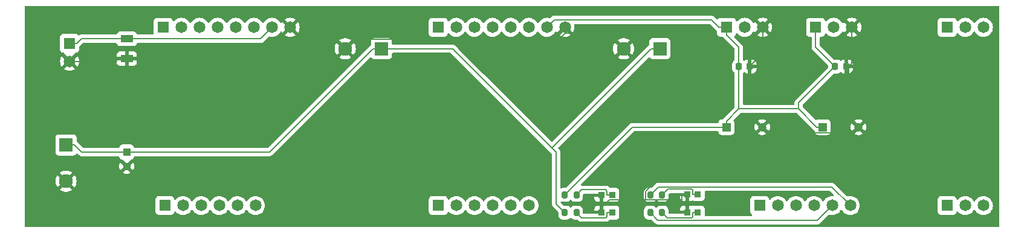
<source format=gtl>
G04 #@! TF.GenerationSoftware,KiCad,Pcbnew,8.0.6*
G04 #@! TF.CreationDate,2024-12-27T11:38:37-05:00*
G04 #@! TF.ProjectId,sdl_breakout,73646c5f-6272-4656-916b-6f75742e6b69,rev?*
G04 #@! TF.SameCoordinates,Original*
G04 #@! TF.FileFunction,Copper,L1,Top*
G04 #@! TF.FilePolarity,Positive*
%FSLAX46Y46*%
G04 Gerber Fmt 4.6, Leading zero omitted, Abs format (unit mm)*
G04 Created by KiCad (PCBNEW 8.0.6) date 2024-12-27 11:38:37*
%MOMM*%
%LPD*%
G01*
G04 APERTURE LIST*
G04 Aperture macros list*
%AMRoundRect*
0 Rectangle with rounded corners*
0 $1 Rounding radius*
0 $2 $3 $4 $5 $6 $7 $8 $9 X,Y pos of 4 corners*
0 Add a 4 corners polygon primitive as box body*
4,1,4,$2,$3,$4,$5,$6,$7,$8,$9,$2,$3,0*
0 Add four circle primitives for the rounded corners*
1,1,$1+$1,$2,$3*
1,1,$1+$1,$4,$5*
1,1,$1+$1,$6,$7*
1,1,$1+$1,$8,$9*
0 Add four rect primitives between the rounded corners*
20,1,$1+$1,$2,$3,$4,$5,0*
20,1,$1+$1,$4,$5,$6,$7,0*
20,1,$1+$1,$6,$7,$8,$9,0*
20,1,$1+$1,$8,$9,$2,$3,0*%
G04 Aperture macros list end*
G04 #@! TA.AperFunction,ComponentPad*
%ADD10C,1.650000*%
G04 #@! TD*
G04 #@! TA.AperFunction,ComponentPad*
%ADD11R,1.650000X1.650000*%
G04 #@! TD*
G04 #@! TA.AperFunction,SMDPad,CuDef*
%ADD12RoundRect,0.200000X-0.200000X-0.275000X0.200000X-0.275000X0.200000X0.275000X-0.200000X0.275000X0*%
G04 #@! TD*
G04 #@! TA.AperFunction,ComponentPad*
%ADD13R,1.950000X1.950000*%
G04 #@! TD*
G04 #@! TA.AperFunction,ComponentPad*
%ADD14C,1.950000*%
G04 #@! TD*
G04 #@! TA.AperFunction,SMDPad,CuDef*
%ADD15R,0.950000X0.950000*%
G04 #@! TD*
G04 #@! TA.AperFunction,ComponentPad*
%ADD16R,1.200000X1.200000*%
G04 #@! TD*
G04 #@! TA.AperFunction,ComponentPad*
%ADD17C,1.200000*%
G04 #@! TD*
G04 #@! TA.AperFunction,SMDPad,CuDef*
%ADD18RoundRect,0.225000X-0.225000X-0.250000X0.225000X-0.250000X0.225000X0.250000X-0.225000X0.250000X0*%
G04 #@! TD*
G04 #@! TA.AperFunction,SMDPad,CuDef*
%ADD19R,1.820000X1.050000*%
G04 #@! TD*
G04 #@! TA.AperFunction,ComponentPad*
%ADD20R,1.100000X1.100000*%
G04 #@! TD*
G04 #@! TA.AperFunction,ComponentPad*
%ADD21C,1.100000*%
G04 #@! TD*
G04 #@! TA.AperFunction,Conductor*
%ADD22C,0.150000*%
G04 #@! TD*
G04 APERTURE END LIST*
D10*
G04 #@! TO.P,U19,6*
G04 #@! TO.N,digital6*
X246850000Y-135500000D03*
G04 #@! TO.P,U19,5*
G04 #@! TO.N,digital5*
X244310000Y-135500000D03*
G04 #@! TO.P,U19,4*
G04 #@! TO.N,digital4*
X241770000Y-135500000D03*
G04 #@! TO.P,U19,3*
G04 #@! TO.N,digital3*
X239230000Y-135500000D03*
G04 #@! TO.P,U19,2*
G04 #@! TO.N,servo2-control*
X236690000Y-135500000D03*
D11*
G04 #@! TO.P,U19,1*
G04 #@! TO.N,servo1-control*
X234150000Y-135500000D03*
G04 #@! TD*
D12*
G04 #@! TO.P,R2,1*
G04 #@! TO.N,vcc*
X206850000Y-136500000D03*
G04 #@! TO.P,R2,2*
G04 #@! TO.N,power_led_12v.ic-p2*
X208500000Y-136500000D03*
G04 #@! TD*
G04 #@! TO.P,R1,1*
G04 #@! TO.N,vcc-1*
X206850000Y-134000000D03*
G04 #@! TO.P,R1,2*
G04 #@! TO.N,power_led_5v.ic-p2*
X208500000Y-134000000D03*
G04 #@! TD*
G04 #@! TO.P,R3,1*
G04 #@! TO.N,digital5*
X218850000Y-136500000D03*
G04 #@! TO.P,R3,2*
G04 #@! TO.N,debug_led_1.ic-p2*
X220500000Y-136500000D03*
G04 #@! TD*
D11*
G04 #@! TO.P,U10,1*
G04 #@! TO.N,motor2-in1*
X189150000Y-135500000D03*
D10*
G04 #@! TO.P,U10,2*
G04 #@! TO.N,motor2-in2*
X191690000Y-135500000D03*
G04 #@! TO.P,U10,3*
G04 #@! TO.N,motor2-in3*
X194230000Y-135500000D03*
G04 #@! TO.P,U10,4*
G04 #@! TO.N,motor2-in4*
X196770000Y-135500000D03*
G04 #@! TO.P,U10,5*
G04 #@! TO.N,motor2-ena*
X199310000Y-135500000D03*
G04 #@! TO.P,U10,6*
G04 #@! TO.N,motor2-enb*
X201850000Y-135500000D03*
G04 #@! TD*
D11*
G04 #@! TO.P,U21,1*
G04 #@! TO.N,counter*
X260420000Y-110500000D03*
D10*
G04 #@! TO.P,U21,2*
G04 #@! TO.N,working*
X262960000Y-110500000D03*
G04 #@! TO.P,U21,3*
G04 #@! TO.N,reference*
X265500000Y-110500000D03*
G04 #@! TD*
D12*
G04 #@! TO.P,R4,1*
G04 #@! TO.N,digital6*
X218850000Y-134000000D03*
G04 #@! TO.P,R4,2*
G04 #@! TO.N,debug_led_2.ic-p2*
X220500000Y-134000000D03*
G04 #@! TD*
D13*
G04 #@! TO.P,U3,1*
G04 #@! TO.N,vcc*
X137000000Y-127000000D03*
D14*
G04 #@! TO.P,U3,2*
G04 #@! TO.N,gnd*
X137000000Y-132080000D03*
G04 #@! TD*
D15*
G04 #@! TO.P,U22,1*
G04 #@! TO.N,gnd*
X224000000Y-136500000D03*
G04 #@! TO.P,U22,2*
G04 #@! TO.N,debug_led_1.ic-p2*
X225500000Y-136500000D03*
G04 #@! TD*
D11*
G04 #@! TO.P,U11,1*
G04 #@! TO.N,motor2-in1*
X189109500Y-110500500D03*
D10*
G04 #@! TO.P,U11,2*
G04 #@! TO.N,motor2-in2*
X191649500Y-110500500D03*
G04 #@! TO.P,U11,3*
G04 #@! TO.N,motor2-in3*
X194189500Y-110500500D03*
G04 #@! TO.P,U11,4*
G04 #@! TO.N,motor2-in4*
X196729500Y-110500500D03*
G04 #@! TO.P,U11,5*
G04 #@! TO.N,motor2-ena*
X199269500Y-110500500D03*
G04 #@! TO.P,U11,6*
G04 #@! TO.N,motor2-enb*
X201809500Y-110500500D03*
G04 #@! TO.P,U11,7*
G04 #@! TO.N,vcc-1*
X204349500Y-110500500D03*
G04 #@! TO.P,U11,8*
G04 #@! TO.N,gnd*
X206889500Y-110500500D03*
G04 #@! TD*
G04 #@! TO.P,U8,8*
G04 #@! TO.N,gnd*
X168389500Y-110500500D03*
G04 #@! TO.P,U8,7*
G04 #@! TO.N,vcc-1*
X165849500Y-110500500D03*
G04 #@! TO.P,U8,6*
G04 #@! TO.N,motor1-enb*
X163309500Y-110500500D03*
G04 #@! TO.P,U8,5*
G04 #@! TO.N,motor1-ena*
X160769500Y-110500500D03*
G04 #@! TO.P,U8,4*
G04 #@! TO.N,motor1-in4*
X158229500Y-110500500D03*
G04 #@! TO.P,U8,3*
G04 #@! TO.N,motor1-in3*
X155689500Y-110500500D03*
G04 #@! TO.P,U8,2*
G04 #@! TO.N,motor1-in2*
X153149500Y-110500500D03*
D11*
G04 #@! TO.P,U8,1*
G04 #@! TO.N,motor1-in1*
X150609500Y-110500500D03*
G04 #@! TD*
G04 #@! TO.P,U16,1*
G04 #@! TO.N,vcc-1*
X242000000Y-110500000D03*
D10*
G04 #@! TO.P,U16,2*
G04 #@! TO.N,servo2-control*
X244540000Y-110500000D03*
G04 #@! TO.P,U16,3*
G04 #@! TO.N,gnd*
X247080000Y-110500000D03*
G04 #@! TD*
D16*
G04 #@! TO.P,U18,1*
G04 #@! TO.N,vcc-1*
X243000000Y-124500000D03*
D17*
G04 #@! TO.P,U18,2*
G04 #@! TO.N,gnd*
X248000000Y-124500000D03*
G04 #@! TD*
D18*
G04 #@! TO.P,U17,1*
G04 #@! TO.N,vcc-1*
X244725000Y-116000000D03*
G04 #@! TO.P,U17,2*
G04 #@! TO.N,gnd*
X246275000Y-116000000D03*
G04 #@! TD*
D11*
G04 #@! TO.P,U13,1*
G04 #@! TO.N,vcc-1*
X229500000Y-110500000D03*
D10*
G04 #@! TO.P,U13,2*
G04 #@! TO.N,servo1-control*
X232040000Y-110500000D03*
G04 #@! TO.P,U13,3*
G04 #@! TO.N,gnd*
X234580000Y-110500000D03*
G04 #@! TD*
D11*
G04 #@! TO.P,U20,1*
G04 #@! TO.N,counter*
X260420000Y-135500000D03*
D10*
G04 #@! TO.P,U20,2*
G04 #@! TO.N,working*
X262960000Y-135500000D03*
G04 #@! TO.P,U20,3*
G04 #@! TO.N,reference*
X265500000Y-135500000D03*
G04 #@! TD*
D11*
G04 #@! TO.P,U4,1*
G04 #@! TO.N,vcc-1*
X137500000Y-112730000D03*
D10*
G04 #@! TO.P,U4,2*
G04 #@! TO.N,gnd*
X137500000Y-115270000D03*
G04 #@! TD*
D15*
G04 #@! TO.P,U5,1*
G04 #@! TO.N,gnd*
X212000000Y-134000000D03*
G04 #@! TO.P,U5,2*
G04 #@! TO.N,power_led_5v.ic-p2*
X213500000Y-134000000D03*
G04 #@! TD*
D19*
G04 #@! TO.P,U2,1*
G04 #@! TO.N,vcc-1*
X145500000Y-112110000D03*
G04 #@! TO.P,U2,2*
G04 #@! TO.N,gnd*
X145500000Y-114890000D03*
G04 #@! TD*
D18*
G04 #@! TO.P,U14,1*
G04 #@! TO.N,vcc-1*
X231225000Y-116000000D03*
G04 #@! TO.P,U14,2*
G04 #@! TO.N,gnd*
X232775000Y-116000000D03*
G04 #@! TD*
D13*
G04 #@! TO.P,U9,1*
G04 #@! TO.N,vcc*
X220185000Y-113500000D03*
D14*
G04 #@! TO.P,U9,2*
G04 #@! TO.N,gnd*
X215105000Y-113500000D03*
G04 #@! TD*
D20*
G04 #@! TO.P,U1,1*
G04 #@! TO.N,vcc*
X145500000Y-128000000D03*
D21*
G04 #@! TO.P,U1,2*
G04 #@! TO.N,gnd*
X145500000Y-130000000D03*
G04 #@! TD*
D15*
G04 #@! TO.P,U6,1*
G04 #@! TO.N,gnd*
X212000000Y-136500000D03*
G04 #@! TO.P,U6,2*
G04 #@! TO.N,power_led_12v.ic-p2*
X213500000Y-136500000D03*
G04 #@! TD*
D16*
G04 #@! TO.P,U15,1*
G04 #@! TO.N,vcc-1*
X229500000Y-124500000D03*
D17*
G04 #@! TO.P,U15,2*
G04 #@! TO.N,gnd*
X234500000Y-124500000D03*
G04 #@! TD*
D15*
G04 #@! TO.P,U23,1*
G04 #@! TO.N,gnd*
X224000000Y-133900000D03*
G04 #@! TO.P,U23,2*
G04 #@! TO.N,debug_led_2.ic-p2*
X225500000Y-133900000D03*
G04 #@! TD*
D13*
G04 #@! TO.P,U12,1*
G04 #@! TO.N,vcc*
X181185000Y-113500000D03*
D14*
G04 #@! TO.P,U12,2*
G04 #@! TO.N,gnd*
X176105000Y-113500000D03*
G04 #@! TD*
D10*
G04 #@! TO.P,U7,6*
G04 #@! TO.N,motor1-enb*
X163540000Y-135500000D03*
G04 #@! TO.P,U7,5*
G04 #@! TO.N,motor1-ena*
X161000000Y-135500000D03*
G04 #@! TO.P,U7,4*
G04 #@! TO.N,motor1-in4*
X158460000Y-135500000D03*
G04 #@! TO.P,U7,3*
G04 #@! TO.N,motor1-in3*
X155920000Y-135500000D03*
G04 #@! TO.P,U7,2*
G04 #@! TO.N,motor1-in2*
X153380000Y-135500000D03*
D11*
G04 #@! TO.P,U7,1*
G04 #@! TO.N,motor1-in1*
X150840000Y-135500000D03*
G04 #@! TD*
D22*
G04 #@! TO.N,debug_led_2.ic-p2*
X225500000Y-133900000D02*
X224798300Y-133900000D01*
X224798300Y-133373700D02*
X224798300Y-133900000D01*
X224622900Y-133198300D02*
X224798300Y-133373700D01*
X221301700Y-133198300D02*
X224622900Y-133198300D01*
X220500000Y-134000000D02*
X221301700Y-133198300D01*
G04 #@! TO.N,debug_led_1.ic-p2*
X221201700Y-137201700D02*
X220500000Y-136500000D01*
X224622900Y-137201700D02*
X221201700Y-137201700D01*
X224798300Y-137026300D02*
X224622900Y-137201700D01*
X224798300Y-136500000D02*
X224798300Y-137026300D01*
X225500000Y-136500000D02*
X224798300Y-136500000D01*
G04 #@! TO.N,power_led_12v.ic-p2*
X212798300Y-137026300D02*
X212798300Y-136500000D01*
X212622900Y-137201700D02*
X212798300Y-137026300D01*
X209201700Y-137201700D02*
X212622900Y-137201700D01*
X208500000Y-136500000D02*
X209201700Y-137201700D01*
X213500000Y-136500000D02*
X212798300Y-136500000D01*
G04 #@! TO.N,power_led_5v.ic-p2*
X209201700Y-133298300D02*
X208500000Y-134000000D01*
X212622900Y-133298300D02*
X209201700Y-133298300D01*
X212798300Y-133473700D02*
X212622900Y-133298300D01*
X212798300Y-134000000D02*
X212798300Y-133473700D01*
X213500000Y-134000000D02*
X212798300Y-134000000D01*
G04 #@! TO.N,digital6*
X244235500Y-132885500D02*
X246850000Y-135500000D01*
X219964500Y-132885500D02*
X244235500Y-132885500D01*
X218850000Y-134000000D02*
X219964500Y-132885500D01*
G04 #@! TO.N,digital5*
X242249900Y-137560100D02*
X244310000Y-135500000D01*
X219910100Y-137560100D02*
X242249900Y-137560100D01*
X218850000Y-136500000D02*
X219910100Y-137560100D01*
G04 #@! TO.N,vcc-1*
X137500000Y-112730000D02*
X138551700Y-112730000D01*
X139171700Y-112110000D02*
X145500000Y-112110000D01*
X138551700Y-112730000D02*
X139171700Y-112110000D01*
X164240000Y-112110000D02*
X165849500Y-110500500D01*
X145500000Y-112110000D02*
X164240000Y-112110000D01*
X227396600Y-109448300D02*
X228448300Y-110500000D01*
X205401700Y-109448300D02*
X227396600Y-109448300D01*
X204349500Y-110500500D02*
X205401700Y-109448300D01*
X229500000Y-110500000D02*
X228448300Y-110500000D01*
X229500000Y-110500000D02*
X229500000Y-111551700D01*
X216350000Y-124500000D02*
X206850000Y-134000000D01*
X229500000Y-124500000D02*
X216350000Y-124500000D01*
X231225000Y-113276700D02*
X231225000Y-116000000D01*
X229500000Y-111551700D02*
X231225000Y-113276700D01*
X229500000Y-124500000D02*
X229500000Y-123673300D01*
X243000000Y-124500000D02*
X242173300Y-124500000D01*
X231225000Y-116000000D02*
X231225000Y-121948300D01*
X231225000Y-121948300D02*
X229500000Y-123673300D01*
X242000000Y-113275000D02*
X242000000Y-110500000D01*
X244725000Y-116000000D02*
X242000000Y-113275000D01*
X239621600Y-121103400D02*
X244725000Y-116000000D01*
X239621600Y-121948300D02*
X239621600Y-121103400D01*
X231225000Y-121948300D02*
X239621600Y-121948300D01*
X239621600Y-121948300D02*
X242173300Y-124500000D01*
G04 #@! TO.N,gnd*
X224000000Y-133900000D02*
X223298300Y-133900000D01*
X224000000Y-136500000D02*
X224000000Y-135798300D01*
X164000000Y-114890000D02*
X168389500Y-110500500D01*
X145500000Y-114890000D02*
X164000000Y-114890000D01*
X235326700Y-125326700D02*
X234500000Y-124500000D01*
X247173300Y-125326700D02*
X235326700Y-125326700D01*
X248000000Y-124500000D02*
X247173300Y-125326700D01*
X223238800Y-133959500D02*
X223238800Y-134724000D01*
X223298300Y-133900000D02*
X223238800Y-133959500D01*
X223238800Y-135037100D02*
X224000000Y-135798300D01*
X223238800Y-134724000D02*
X223238800Y-135037100D01*
X234580000Y-114195000D02*
X234580000Y-110500000D01*
X232775000Y-116000000D02*
X234580000Y-114195000D01*
X206889500Y-111320500D02*
X206889500Y-110500500D01*
X206060400Y-112149600D02*
X206889500Y-111320500D01*
X177455400Y-112149600D02*
X206060400Y-112149600D01*
X176105000Y-113500000D02*
X177455400Y-112149600D01*
X212925500Y-111320500D02*
X215105000Y-113500000D01*
X206889500Y-111320500D02*
X212925500Y-111320500D01*
X246617900Y-116000000D02*
X246275000Y-116000000D01*
X247080000Y-115537900D02*
X246617900Y-116000000D01*
X247080000Y-110500000D02*
X247080000Y-115537900D01*
X246617900Y-123117900D02*
X248000000Y-124500000D01*
X246617900Y-116000000D02*
X246617900Y-123117900D01*
X227369400Y-131630600D02*
X234500000Y-124500000D01*
X220135300Y-131630600D02*
X227369400Y-131630600D01*
X218212600Y-133553300D02*
X220135300Y-131630600D01*
X218212600Y-134724000D02*
X218212600Y-133553300D01*
X223238800Y-134724000D02*
X218212600Y-134724000D01*
X212000000Y-136500000D02*
X212000000Y-135798300D01*
X212000000Y-134000000D02*
X212000000Y-134701700D01*
X212548300Y-135250000D02*
X212000000Y-134701700D01*
X213074300Y-134724000D02*
X212548300Y-135250000D01*
X218212600Y-134724000D02*
X213074300Y-134724000D01*
X212548300Y-135250000D02*
X212000000Y-135798300D01*
X143983300Y-115270000D02*
X144363300Y-114890000D01*
X137500000Y-115270000D02*
X143983300Y-115270000D01*
X145500000Y-114890000D02*
X144363300Y-114890000D01*
G04 #@! TO.N,vcc*
X220185000Y-113500000D02*
X218983300Y-113500000D01*
X218983300Y-113500000D02*
X205061300Y-127422000D01*
X191139200Y-113500000D02*
X205061300Y-127422000D01*
X181185000Y-113500000D02*
X191139200Y-113500000D01*
X205662100Y-135312100D02*
X206850000Y-136500000D01*
X205662100Y-128022900D02*
X205662100Y-135312100D01*
X205061300Y-127422000D02*
X205662100Y-128022900D01*
X137000000Y-127000000D02*
X138201700Y-127000000D01*
X139201700Y-128000000D02*
X145500000Y-128000000D01*
X138201700Y-127000000D02*
X139201700Y-128000000D01*
X165483300Y-128000000D02*
X179983300Y-113500000D01*
X145500000Y-128000000D02*
X165483300Y-128000000D01*
X181185000Y-113500000D02*
X179983300Y-113500000D01*
G04 #@! TD*
G04 #@! TA.AperFunction,Conductor*
G04 #@! TO.N,gnd*
G36*
X267693039Y-107519685D02*
G01*
X267738794Y-107572489D01*
X267750000Y-107624000D01*
X267750000Y-138376000D01*
X267730315Y-138443039D01*
X267677511Y-138488794D01*
X267626000Y-138500000D01*
X131374000Y-138500000D01*
X131306961Y-138480315D01*
X131261206Y-138427511D01*
X131250000Y-138376000D01*
X131250000Y-134627135D01*
X149514500Y-134627135D01*
X149514500Y-136372870D01*
X149514501Y-136372876D01*
X149520908Y-136432483D01*
X149571202Y-136567328D01*
X149571206Y-136567335D01*
X149657452Y-136682544D01*
X149657455Y-136682547D01*
X149772664Y-136768793D01*
X149772671Y-136768797D01*
X149907517Y-136819091D01*
X149907516Y-136819091D01*
X149914444Y-136819835D01*
X149967127Y-136825500D01*
X151712872Y-136825499D01*
X151772483Y-136819091D01*
X151907331Y-136768796D01*
X152022546Y-136682546D01*
X152108796Y-136567331D01*
X152159091Y-136432483D01*
X152159091Y-136432481D01*
X152160874Y-136424938D01*
X152163747Y-136425616D01*
X152185191Y-136373843D01*
X152242582Y-136333993D01*
X152312407Y-136331497D01*
X152369426Y-136363965D01*
X152524731Y-136519270D01*
X152714718Y-136652301D01*
X152924921Y-136750320D01*
X153148950Y-136810349D01*
X153313985Y-136824787D01*
X153379998Y-136830563D01*
X153380000Y-136830563D01*
X153380002Y-136830563D01*
X153437894Y-136825498D01*
X153611050Y-136810349D01*
X153835079Y-136750320D01*
X154045282Y-136652301D01*
X154235269Y-136519270D01*
X154399270Y-136355269D01*
X154532301Y-136165282D01*
X154537618Y-136153878D01*
X154583790Y-136101440D01*
X154650984Y-136082288D01*
X154717865Y-136102504D01*
X154762381Y-136153878D01*
X154767699Y-136165282D01*
X154900730Y-136355269D01*
X155064731Y-136519270D01*
X155254718Y-136652301D01*
X155464921Y-136750320D01*
X155688950Y-136810349D01*
X155853985Y-136824787D01*
X155919998Y-136830563D01*
X155920000Y-136830563D01*
X155920002Y-136830563D01*
X155977894Y-136825498D01*
X156151050Y-136810349D01*
X156375079Y-136750320D01*
X156585282Y-136652301D01*
X156775269Y-136519270D01*
X156939270Y-136355269D01*
X157072301Y-136165282D01*
X157077618Y-136153878D01*
X157123790Y-136101440D01*
X157190984Y-136082288D01*
X157257865Y-136102504D01*
X157302381Y-136153878D01*
X157307699Y-136165282D01*
X157440730Y-136355269D01*
X157604731Y-136519270D01*
X157794718Y-136652301D01*
X158004921Y-136750320D01*
X158228950Y-136810349D01*
X158393985Y-136824787D01*
X158459998Y-136830563D01*
X158460000Y-136830563D01*
X158460002Y-136830563D01*
X158517894Y-136825498D01*
X158691050Y-136810349D01*
X158915079Y-136750320D01*
X159125282Y-136652301D01*
X159315269Y-136519270D01*
X159479270Y-136355269D01*
X159612301Y-136165282D01*
X159617618Y-136153878D01*
X159663790Y-136101440D01*
X159730984Y-136082288D01*
X159797865Y-136102504D01*
X159842381Y-136153878D01*
X159847699Y-136165282D01*
X159980730Y-136355269D01*
X160144731Y-136519270D01*
X160334718Y-136652301D01*
X160544921Y-136750320D01*
X160768950Y-136810349D01*
X160933985Y-136824787D01*
X160999998Y-136830563D01*
X161000000Y-136830563D01*
X161000002Y-136830563D01*
X161057894Y-136825498D01*
X161231050Y-136810349D01*
X161455079Y-136750320D01*
X161665282Y-136652301D01*
X161855269Y-136519270D01*
X162019270Y-136355269D01*
X162152301Y-136165282D01*
X162157618Y-136153878D01*
X162203790Y-136101440D01*
X162270984Y-136082288D01*
X162337865Y-136102504D01*
X162382381Y-136153878D01*
X162387699Y-136165282D01*
X162520730Y-136355269D01*
X162684731Y-136519270D01*
X162874718Y-136652301D01*
X163084921Y-136750320D01*
X163308950Y-136810349D01*
X163473985Y-136824787D01*
X163539998Y-136830563D01*
X163540000Y-136830563D01*
X163540002Y-136830563D01*
X163597894Y-136825498D01*
X163771050Y-136810349D01*
X163995079Y-136750320D01*
X164205282Y-136652301D01*
X164395269Y-136519270D01*
X164559270Y-136355269D01*
X164692301Y-136165282D01*
X164790320Y-135955079D01*
X164850349Y-135731050D01*
X164867858Y-135530914D01*
X164870563Y-135500001D01*
X164870563Y-135499998D01*
X164860753Y-135387866D01*
X164850349Y-135268950D01*
X164790320Y-135044921D01*
X164692301Y-134834719D01*
X164692299Y-134834716D01*
X164692298Y-134834714D01*
X164559273Y-134644735D01*
X164559268Y-134644729D01*
X164541674Y-134627135D01*
X187824500Y-134627135D01*
X187824500Y-136372870D01*
X187824501Y-136372876D01*
X187830908Y-136432483D01*
X187881202Y-136567328D01*
X187881206Y-136567335D01*
X187967452Y-136682544D01*
X187967455Y-136682547D01*
X188082664Y-136768793D01*
X188082671Y-136768797D01*
X188217517Y-136819091D01*
X188217516Y-136819091D01*
X188224444Y-136819835D01*
X188277127Y-136825500D01*
X190022872Y-136825499D01*
X190082483Y-136819091D01*
X190217331Y-136768796D01*
X190332546Y-136682546D01*
X190418796Y-136567331D01*
X190469091Y-136432483D01*
X190469091Y-136432481D01*
X190470874Y-136424938D01*
X190473747Y-136425616D01*
X190495191Y-136373843D01*
X190552582Y-136333993D01*
X190622407Y-136331497D01*
X190679426Y-136363965D01*
X190834731Y-136519270D01*
X191024718Y-136652301D01*
X191234921Y-136750320D01*
X191458950Y-136810349D01*
X191623985Y-136824787D01*
X191689998Y-136830563D01*
X191690000Y-136830563D01*
X191690002Y-136830563D01*
X191747894Y-136825498D01*
X191921050Y-136810349D01*
X192145079Y-136750320D01*
X192355282Y-136652301D01*
X192545269Y-136519270D01*
X192709270Y-136355269D01*
X192842301Y-136165282D01*
X192847618Y-136153878D01*
X192893790Y-136101440D01*
X192960984Y-136082288D01*
X193027865Y-136102504D01*
X193072381Y-136153878D01*
X193077699Y-136165282D01*
X193210730Y-136355269D01*
X193374731Y-136519270D01*
X193564718Y-136652301D01*
X193774921Y-136750320D01*
X193998950Y-136810349D01*
X194163985Y-136824787D01*
X194229998Y-136830563D01*
X194230000Y-136830563D01*
X194230002Y-136830563D01*
X194287894Y-136825498D01*
X194461050Y-136810349D01*
X194685079Y-136750320D01*
X194895282Y-136652301D01*
X195085269Y-136519270D01*
X195249270Y-136355269D01*
X195382301Y-136165282D01*
X195387618Y-136153878D01*
X195433790Y-136101440D01*
X195500984Y-136082288D01*
X195567865Y-136102504D01*
X195612381Y-136153878D01*
X195617699Y-136165282D01*
X195750730Y-136355269D01*
X195914731Y-136519270D01*
X196104718Y-136652301D01*
X196314921Y-136750320D01*
X196538950Y-136810349D01*
X196703985Y-136824787D01*
X196769998Y-136830563D01*
X196770000Y-136830563D01*
X196770002Y-136830563D01*
X196827894Y-136825498D01*
X197001050Y-136810349D01*
X197225079Y-136750320D01*
X197435282Y-136652301D01*
X197625269Y-136519270D01*
X197789270Y-136355269D01*
X197922301Y-136165282D01*
X197927618Y-136153878D01*
X197973790Y-136101440D01*
X198040984Y-136082288D01*
X198107865Y-136102504D01*
X198152381Y-136153878D01*
X198157699Y-136165282D01*
X198290730Y-136355269D01*
X198454731Y-136519270D01*
X198644718Y-136652301D01*
X198854921Y-136750320D01*
X199078950Y-136810349D01*
X199243985Y-136824787D01*
X199309998Y-136830563D01*
X199310000Y-136830563D01*
X199310002Y-136830563D01*
X199367894Y-136825498D01*
X199541050Y-136810349D01*
X199765079Y-136750320D01*
X199975282Y-136652301D01*
X200165269Y-136519270D01*
X200329270Y-136355269D01*
X200462301Y-136165282D01*
X200467618Y-136153878D01*
X200513790Y-136101440D01*
X200580984Y-136082288D01*
X200647865Y-136102504D01*
X200692381Y-136153878D01*
X200697699Y-136165282D01*
X200830730Y-136355269D01*
X200994731Y-136519270D01*
X201184718Y-136652301D01*
X201394921Y-136750320D01*
X201618950Y-136810349D01*
X201783985Y-136824787D01*
X201849998Y-136830563D01*
X201850000Y-136830563D01*
X201850002Y-136830563D01*
X201907894Y-136825498D01*
X202081050Y-136810349D01*
X202305079Y-136750320D01*
X202515282Y-136652301D01*
X202705269Y-136519270D01*
X202869270Y-136355269D01*
X203002301Y-136165282D01*
X203100320Y-135955079D01*
X203160349Y-135731050D01*
X203177858Y-135530914D01*
X203180563Y-135500001D01*
X203180563Y-135499998D01*
X203170753Y-135387866D01*
X203160349Y-135268950D01*
X203100320Y-135044921D01*
X203002301Y-134834719D01*
X203002299Y-134834716D01*
X203002298Y-134834714D01*
X202869273Y-134644735D01*
X202869268Y-134644729D01*
X202705269Y-134480730D01*
X202622641Y-134422873D01*
X202515282Y-134347699D01*
X202305079Y-134249680D01*
X202305076Y-134249679D01*
X202305074Y-134249678D01*
X202081051Y-134189651D01*
X202081044Y-134189650D01*
X201850002Y-134169437D01*
X201849998Y-134169437D01*
X201618955Y-134189650D01*
X201618948Y-134189651D01*
X201394917Y-134249681D01*
X201184718Y-134347699D01*
X201184714Y-134347701D01*
X200994735Y-134480726D01*
X200994729Y-134480731D01*
X200830731Y-134644729D01*
X200830726Y-134644735D01*
X200697701Y-134834714D01*
X200697698Y-134834720D01*
X200692381Y-134846123D01*
X200646207Y-134898562D01*
X200579013Y-134917712D01*
X200512133Y-134897495D01*
X200467619Y-134846123D01*
X200462301Y-134834720D01*
X200462298Y-134834714D01*
X200329273Y-134644735D01*
X200329268Y-134644729D01*
X200165269Y-134480730D01*
X200082641Y-134422873D01*
X199975282Y-134347699D01*
X199765079Y-134249680D01*
X199765076Y-134249679D01*
X199765074Y-134249678D01*
X199541051Y-134189651D01*
X199541044Y-134189650D01*
X199310002Y-134169437D01*
X199309998Y-134169437D01*
X199078955Y-134189650D01*
X199078948Y-134189651D01*
X198854917Y-134249681D01*
X198644718Y-134347699D01*
X198644714Y-134347701D01*
X198454735Y-134480726D01*
X198454729Y-134480731D01*
X198290731Y-134644729D01*
X198290726Y-134644735D01*
X198157701Y-134834714D01*
X198157698Y-134834720D01*
X198152381Y-134846123D01*
X198106207Y-134898562D01*
X198039013Y-134917712D01*
X197972133Y-134897495D01*
X197927619Y-134846123D01*
X197922301Y-134834720D01*
X197922298Y-134834714D01*
X197789273Y-134644735D01*
X197789268Y-134644729D01*
X197625269Y-134480730D01*
X197542641Y-134422873D01*
X197435282Y-134347699D01*
X197225079Y-134249680D01*
X197225076Y-134249679D01*
X197225074Y-134249678D01*
X197001051Y-134189651D01*
X197001044Y-134189650D01*
X196770002Y-134169437D01*
X196769998Y-134169437D01*
X196538955Y-134189650D01*
X196538948Y-134189651D01*
X196314917Y-134249681D01*
X196104718Y-134347699D01*
X196104714Y-134347701D01*
X195914735Y-134480726D01*
X195914729Y-134480731D01*
X195750731Y-134644729D01*
X195750726Y-134644735D01*
X195617701Y-134834714D01*
X195617698Y-134834720D01*
X195612381Y-134846123D01*
X195566207Y-134898562D01*
X195499013Y-134917712D01*
X195432133Y-134897495D01*
X195387619Y-134846123D01*
X195382301Y-134834720D01*
X195382298Y-134834714D01*
X195249273Y-134644735D01*
X195249268Y-134644729D01*
X195085269Y-134480730D01*
X195002641Y-134422873D01*
X194895282Y-134347699D01*
X194685079Y-134249680D01*
X194685076Y-134249679D01*
X194685074Y-134249678D01*
X194461051Y-134189651D01*
X194461044Y-134189650D01*
X194230002Y-134169437D01*
X194229998Y-134169437D01*
X193998955Y-134189650D01*
X193998948Y-134189651D01*
X193774917Y-134249681D01*
X193564718Y-134347699D01*
X193564714Y-134347701D01*
X193374735Y-134480726D01*
X193374729Y-134480731D01*
X193210731Y-134644729D01*
X193210726Y-134644735D01*
X193077701Y-134834714D01*
X193077698Y-134834720D01*
X193072381Y-134846123D01*
X193026207Y-134898562D01*
X192959013Y-134917712D01*
X192892133Y-134897495D01*
X192847619Y-134846123D01*
X192842301Y-134834720D01*
X192842298Y-134834714D01*
X192709273Y-134644735D01*
X192709268Y-134644729D01*
X192545269Y-134480730D01*
X192462641Y-134422873D01*
X192355282Y-134347699D01*
X192145079Y-134249680D01*
X192145076Y-134249679D01*
X192145074Y-134249678D01*
X191921051Y-134189651D01*
X191921044Y-134189650D01*
X191690002Y-134169437D01*
X191689998Y-134169437D01*
X191458955Y-134189650D01*
X191458948Y-134189651D01*
X191234917Y-134249681D01*
X191024718Y-134347699D01*
X191024714Y-134347701D01*
X190834735Y-134480726D01*
X190679426Y-134636035D01*
X190618103Y-134669519D01*
X190548411Y-134664535D01*
X190492478Y-134622663D01*
X190473517Y-134574443D01*
X190470876Y-134575068D01*
X190469092Y-134567520D01*
X190418797Y-134432671D01*
X190418793Y-134432664D01*
X190332547Y-134317455D01*
X190332544Y-134317452D01*
X190217335Y-134231206D01*
X190217328Y-134231202D01*
X190082482Y-134180908D01*
X190082483Y-134180908D01*
X190022883Y-134174501D01*
X190022881Y-134174500D01*
X190022873Y-134174500D01*
X190022864Y-134174500D01*
X188277129Y-134174500D01*
X188277123Y-134174501D01*
X188217516Y-134180908D01*
X188082671Y-134231202D01*
X188082664Y-134231206D01*
X187967455Y-134317452D01*
X187967452Y-134317455D01*
X187881206Y-134432664D01*
X187881202Y-134432671D01*
X187830908Y-134567517D01*
X187824501Y-134627116D01*
X187824500Y-134627135D01*
X164541674Y-134627135D01*
X164395269Y-134480730D01*
X164312641Y-134422873D01*
X164205282Y-134347699D01*
X163995079Y-134249680D01*
X163995076Y-134249679D01*
X163995074Y-134249678D01*
X163771051Y-134189651D01*
X163771044Y-134189650D01*
X163540002Y-134169437D01*
X163539998Y-134169437D01*
X163308955Y-134189650D01*
X163308948Y-134189651D01*
X163084917Y-134249681D01*
X162874718Y-134347699D01*
X162874714Y-134347701D01*
X162684735Y-134480726D01*
X162684729Y-134480731D01*
X162520731Y-134644729D01*
X162520726Y-134644735D01*
X162387701Y-134834714D01*
X162387698Y-134834720D01*
X162382381Y-134846123D01*
X162336207Y-134898562D01*
X162269013Y-134917712D01*
X162202133Y-134897495D01*
X162157619Y-134846123D01*
X162152301Y-134834720D01*
X162152298Y-134834714D01*
X162019273Y-134644735D01*
X162019268Y-134644729D01*
X161855269Y-134480730D01*
X161772641Y-134422873D01*
X161665282Y-134347699D01*
X161455079Y-134249680D01*
X161455076Y-134249679D01*
X161455074Y-134249678D01*
X161231051Y-134189651D01*
X161231044Y-134189650D01*
X161000002Y-134169437D01*
X160999998Y-134169437D01*
X160768955Y-134189650D01*
X160768948Y-134189651D01*
X160544917Y-134249681D01*
X160334718Y-134347699D01*
X160334714Y-134347701D01*
X160144735Y-134480726D01*
X160144729Y-134480731D01*
X159980731Y-134644729D01*
X159980726Y-134644735D01*
X159847701Y-134834714D01*
X159847698Y-134834720D01*
X159842381Y-134846123D01*
X159796207Y-134898562D01*
X159729013Y-134917712D01*
X159662133Y-134897495D01*
X159617619Y-134846123D01*
X159612301Y-134834720D01*
X159612298Y-134834714D01*
X159479273Y-134644735D01*
X159479268Y-134644729D01*
X159315269Y-134480730D01*
X159232641Y-134422873D01*
X159125282Y-134347699D01*
X158915079Y-134249680D01*
X158915076Y-134249679D01*
X158915074Y-134249678D01*
X158691051Y-134189651D01*
X158691044Y-134189650D01*
X158460002Y-134169437D01*
X158459998Y-134169437D01*
X158228955Y-134189650D01*
X158228948Y-134189651D01*
X158004917Y-134249681D01*
X157794718Y-134347699D01*
X157794714Y-134347701D01*
X157604735Y-134480726D01*
X157604729Y-134480731D01*
X157440731Y-134644729D01*
X157440726Y-134644735D01*
X157307701Y-134834714D01*
X157307698Y-134834720D01*
X157302381Y-134846123D01*
X157256207Y-134898562D01*
X157189013Y-134917712D01*
X157122133Y-134897495D01*
X157077619Y-134846123D01*
X157072301Y-134834720D01*
X157072298Y-134834714D01*
X156939273Y-134644735D01*
X156939268Y-134644729D01*
X156775269Y-134480730D01*
X156692641Y-134422873D01*
X156585282Y-134347699D01*
X156375079Y-134249680D01*
X156375076Y-134249679D01*
X156375074Y-134249678D01*
X156151051Y-134189651D01*
X156151044Y-134189650D01*
X155920002Y-134169437D01*
X155919998Y-134169437D01*
X155688955Y-134189650D01*
X155688948Y-134189651D01*
X155464917Y-134249681D01*
X155254718Y-134347699D01*
X155254714Y-134347701D01*
X155064735Y-134480726D01*
X155064729Y-134480731D01*
X154900731Y-134644729D01*
X154900726Y-134644735D01*
X154767701Y-134834714D01*
X154767698Y-134834720D01*
X154762381Y-134846123D01*
X154716207Y-134898562D01*
X154649013Y-134917712D01*
X154582133Y-134897495D01*
X154537619Y-134846123D01*
X154532301Y-134834720D01*
X154532298Y-134834714D01*
X154399273Y-134644735D01*
X154399268Y-134644729D01*
X154235269Y-134480730D01*
X154152641Y-134422873D01*
X154045282Y-134347699D01*
X153835079Y-134249680D01*
X153835076Y-134249679D01*
X153835074Y-134249678D01*
X153611051Y-134189651D01*
X153611044Y-134189650D01*
X153380002Y-134169437D01*
X153379998Y-134169437D01*
X153148955Y-134189650D01*
X153148948Y-134189651D01*
X152924917Y-134249681D01*
X152714718Y-134347699D01*
X152714714Y-134347701D01*
X152524735Y-134480726D01*
X152369426Y-134636035D01*
X152308103Y-134669519D01*
X152238411Y-134664535D01*
X152182478Y-134622663D01*
X152163517Y-134574443D01*
X152160876Y-134575068D01*
X152159092Y-134567520D01*
X152108797Y-134432671D01*
X152108793Y-134432664D01*
X152022547Y-134317455D01*
X152022544Y-134317452D01*
X151907335Y-134231206D01*
X151907328Y-134231202D01*
X151772482Y-134180908D01*
X151772483Y-134180908D01*
X151712883Y-134174501D01*
X151712881Y-134174500D01*
X151712873Y-134174500D01*
X151712864Y-134174500D01*
X149967129Y-134174500D01*
X149967123Y-134174501D01*
X149907516Y-134180908D01*
X149772671Y-134231202D01*
X149772664Y-134231206D01*
X149657455Y-134317452D01*
X149657452Y-134317455D01*
X149571206Y-134432664D01*
X149571202Y-134432671D01*
X149520908Y-134567517D01*
X149514501Y-134627116D01*
X149514500Y-134627135D01*
X131250000Y-134627135D01*
X131250000Y-132079994D01*
X135519945Y-132079994D01*
X135519945Y-132080005D01*
X135540130Y-132323605D01*
X135600138Y-132560573D01*
X135698330Y-132784429D01*
X135794626Y-132931819D01*
X136398958Y-132327487D01*
X136423978Y-132387890D01*
X136495112Y-132494351D01*
X136585649Y-132584888D01*
X136692110Y-132656022D01*
X136752511Y-132681041D01*
X136147758Y-133285794D01*
X136147758Y-133285796D01*
X136190478Y-133319046D01*
X136190484Y-133319050D01*
X136405468Y-133435394D01*
X136405476Y-133435397D01*
X136636664Y-133514765D01*
X136877779Y-133555000D01*
X137122221Y-133555000D01*
X137363335Y-133514765D01*
X137594523Y-133435397D01*
X137594531Y-133435394D01*
X137809514Y-133319051D01*
X137809514Y-133319050D01*
X137852240Y-133285795D01*
X137852240Y-133285794D01*
X137247488Y-132681041D01*
X137307890Y-132656022D01*
X137414351Y-132584888D01*
X137504888Y-132494351D01*
X137576022Y-132387890D01*
X137601041Y-132327488D01*
X138205372Y-132931819D01*
X138301667Y-132784431D01*
X138301672Y-132784423D01*
X138399861Y-132560573D01*
X138459869Y-132323605D01*
X138480055Y-132080005D01*
X138480055Y-132079994D01*
X138459869Y-131836394D01*
X138399861Y-131599426D01*
X138301669Y-131375570D01*
X138205372Y-131228179D01*
X137601041Y-131832510D01*
X137576022Y-131772110D01*
X137504888Y-131665649D01*
X137414351Y-131575112D01*
X137307890Y-131503978D01*
X137247487Y-131478958D01*
X137827421Y-130899023D01*
X144954528Y-130899023D01*
X145096233Y-130974766D01*
X145294165Y-131034808D01*
X145500000Y-131055080D01*
X145705834Y-131034808D01*
X145903764Y-130974766D01*
X146045470Y-130899022D01*
X145500001Y-130353553D01*
X145500000Y-130353553D01*
X144954528Y-130899023D01*
X137827421Y-130899023D01*
X137852240Y-130874204D01*
X137852240Y-130874203D01*
X137809514Y-130840949D01*
X137594531Y-130724605D01*
X137594523Y-130724602D01*
X137363335Y-130645234D01*
X137122221Y-130605000D01*
X136877779Y-130605000D01*
X136636664Y-130645234D01*
X136405476Y-130724602D01*
X136405468Y-130724605D01*
X136190481Y-130840951D01*
X136147758Y-130874202D01*
X136147757Y-130874204D01*
X136752511Y-131478958D01*
X136692110Y-131503978D01*
X136585649Y-131575112D01*
X136495112Y-131665649D01*
X136423978Y-131772110D01*
X136398958Y-131832511D01*
X135794626Y-131228179D01*
X135698328Y-131375575D01*
X135600138Y-131599426D01*
X135540130Y-131836394D01*
X135519945Y-132079994D01*
X131250000Y-132079994D01*
X131250000Y-130000000D01*
X144444919Y-130000000D01*
X144465191Y-130205834D01*
X144525233Y-130403766D01*
X144600975Y-130545469D01*
X144600976Y-130545469D01*
X145146447Y-130000000D01*
X145100369Y-129953922D01*
X145150000Y-129953922D01*
X145150000Y-130046078D01*
X145173852Y-130135095D01*
X145219930Y-130214905D01*
X145285095Y-130280070D01*
X145364905Y-130326148D01*
X145453922Y-130350000D01*
X145546078Y-130350000D01*
X145635095Y-130326148D01*
X145714905Y-130280070D01*
X145780070Y-130214905D01*
X145826148Y-130135095D01*
X145850000Y-130046078D01*
X145850000Y-129999999D01*
X145853553Y-129999999D01*
X145853553Y-130000000D01*
X146399022Y-130545469D01*
X146474766Y-130403764D01*
X146534808Y-130205834D01*
X146555080Y-130000000D01*
X146534808Y-129794165D01*
X146474766Y-129596233D01*
X146399023Y-129454528D01*
X145853553Y-129999999D01*
X145850000Y-129999999D01*
X145850000Y-129953922D01*
X145826148Y-129864905D01*
X145780070Y-129785095D01*
X145714905Y-129719930D01*
X145635095Y-129673852D01*
X145546078Y-129650000D01*
X145453922Y-129650000D01*
X145364905Y-129673852D01*
X145285095Y-129719930D01*
X145219930Y-129785095D01*
X145173852Y-129864905D01*
X145150000Y-129953922D01*
X145100369Y-129953922D01*
X144600976Y-129454529D01*
X144600975Y-129454529D01*
X144525234Y-129596234D01*
X144465191Y-129794166D01*
X144444919Y-130000000D01*
X131250000Y-130000000D01*
X131250000Y-125977135D01*
X135524500Y-125977135D01*
X135524500Y-128022870D01*
X135524501Y-128022872D01*
X135530908Y-128082483D01*
X135581202Y-128217328D01*
X135581206Y-128217335D01*
X135667452Y-128332544D01*
X135667455Y-128332547D01*
X135782664Y-128418793D01*
X135782671Y-128418797D01*
X135917517Y-128469091D01*
X135917516Y-128469091D01*
X135924444Y-128469835D01*
X135977127Y-128475500D01*
X138022872Y-128475499D01*
X138082483Y-128469091D01*
X138217331Y-128418796D01*
X138332546Y-128332546D01*
X138412818Y-128225315D01*
X138468752Y-128183445D01*
X138538444Y-128178461D01*
X138599766Y-128211946D01*
X138741185Y-128353365D01*
X138848335Y-128460515D01*
X138979565Y-128536281D01*
X139125934Y-128575500D01*
X139277467Y-128575500D01*
X144339236Y-128575500D01*
X144406275Y-128595185D01*
X144452030Y-128647989D01*
X144455418Y-128656167D01*
X144506202Y-128792328D01*
X144506206Y-128792335D01*
X144592452Y-128907544D01*
X144592455Y-128907547D01*
X144707664Y-128993793D01*
X144707671Y-128993797D01*
X144842514Y-129044090D01*
X144842517Y-129044091D01*
X144860789Y-129046055D01*
X144925338Y-129072790D01*
X144935216Y-129081663D01*
X145500000Y-129646447D01*
X145500001Y-129646447D01*
X146064781Y-129081664D01*
X146126104Y-129048179D01*
X146139207Y-129046055D01*
X146157483Y-129044091D01*
X146292331Y-128993796D01*
X146407546Y-128907546D01*
X146493796Y-128792331D01*
X146544091Y-128657483D01*
X146544090Y-128657483D01*
X146544582Y-128656167D01*
X146586453Y-128600233D01*
X146651917Y-128575816D01*
X146660764Y-128575500D01*
X165559064Y-128575500D01*
X165559066Y-128575500D01*
X165705435Y-128536281D01*
X165836665Y-128460515D01*
X179585235Y-114711943D01*
X179646556Y-114678460D01*
X179716248Y-114683444D01*
X179772180Y-114725315D01*
X179852452Y-114832544D01*
X179852455Y-114832547D01*
X179967664Y-114918793D01*
X179967671Y-114918797D01*
X180102517Y-114969091D01*
X180102516Y-114969091D01*
X180109444Y-114969835D01*
X180162127Y-114975500D01*
X182207872Y-114975499D01*
X182267483Y-114969091D01*
X182402331Y-114918796D01*
X182517546Y-114832546D01*
X182603796Y-114717331D01*
X182654091Y-114582483D01*
X182660500Y-114522873D01*
X182660500Y-114199500D01*
X182680185Y-114132461D01*
X182732989Y-114086706D01*
X182784500Y-114075500D01*
X190849459Y-114075500D01*
X190916498Y-114095185D01*
X190937140Y-114111818D01*
X204656932Y-127831512D01*
X204656931Y-127831512D01*
X204656938Y-127831518D01*
X205050289Y-128224934D01*
X205083768Y-128286258D01*
X205086600Y-128312606D01*
X205086600Y-135387865D01*
X205125819Y-135534236D01*
X205153671Y-135582476D01*
X205201585Y-135665465D01*
X205201587Y-135665467D01*
X205913181Y-136377061D01*
X205946666Y-136438384D01*
X205949500Y-136464742D01*
X205949500Y-136831613D01*
X205955913Y-136902192D01*
X206006522Y-137064606D01*
X206094530Y-137210188D01*
X206214811Y-137330469D01*
X206214813Y-137330470D01*
X206214815Y-137330472D01*
X206360394Y-137418478D01*
X206522804Y-137469086D01*
X206593384Y-137475500D01*
X206593387Y-137475500D01*
X207106613Y-137475500D01*
X207106616Y-137475500D01*
X207177196Y-137469086D01*
X207339606Y-137418478D01*
X207485185Y-137330472D01*
X207485189Y-137330468D01*
X207587319Y-137228339D01*
X207648642Y-137194854D01*
X207718334Y-137199838D01*
X207762681Y-137228339D01*
X207864811Y-137330469D01*
X207864813Y-137330470D01*
X207864815Y-137330472D01*
X208010394Y-137418478D01*
X208172804Y-137469086D01*
X208243384Y-137475500D01*
X208610258Y-137475500D01*
X208677297Y-137495185D01*
X208697938Y-137511818D01*
X208848335Y-137662215D01*
X208979565Y-137737981D01*
X209125934Y-137777200D01*
X209125936Y-137777200D01*
X212698664Y-137777200D01*
X212698666Y-137777200D01*
X212845035Y-137737981D01*
X212976265Y-137662215D01*
X213126662Y-137511816D01*
X213187983Y-137478333D01*
X213214342Y-137475499D01*
X214022871Y-137475499D01*
X214022872Y-137475499D01*
X214082483Y-137469091D01*
X214217331Y-137418796D01*
X214332546Y-137332546D01*
X214418796Y-137217331D01*
X214469091Y-137082483D01*
X214475500Y-137022873D01*
X214475499Y-135977128D01*
X214469091Y-135917517D01*
X214427179Y-135805146D01*
X214418797Y-135782671D01*
X214418793Y-135782664D01*
X214332547Y-135667455D01*
X214332544Y-135667452D01*
X214217335Y-135581206D01*
X214217328Y-135581202D01*
X214082482Y-135530908D01*
X214082483Y-135530908D01*
X214022883Y-135524501D01*
X214022881Y-135524500D01*
X214022873Y-135524500D01*
X214022864Y-135524500D01*
X212977129Y-135524500D01*
X212977123Y-135524501D01*
X212917515Y-135530909D01*
X212792617Y-135577492D01*
X212722926Y-135582476D01*
X212705952Y-135577492D01*
X212582380Y-135531403D01*
X212582372Y-135531401D01*
X212522844Y-135525000D01*
X212250000Y-135525000D01*
X212250000Y-136306396D01*
X212245775Y-136338489D01*
X212222800Y-136424234D01*
X212222800Y-136502200D01*
X212203115Y-136569239D01*
X212150311Y-136614994D01*
X212098800Y-136626200D01*
X209524500Y-136626200D01*
X209457461Y-136606515D01*
X209411706Y-136553711D01*
X209400500Y-136502200D01*
X209400500Y-136168386D01*
X209399182Y-136153879D01*
X209394086Y-136097804D01*
X209356491Y-135977155D01*
X211025000Y-135977155D01*
X211025000Y-136250000D01*
X211750000Y-136250000D01*
X211750000Y-135525000D01*
X211477155Y-135525000D01*
X211417627Y-135531401D01*
X211417620Y-135531403D01*
X211282913Y-135581645D01*
X211282906Y-135581649D01*
X211167812Y-135667809D01*
X211167809Y-135667812D01*
X211081649Y-135782906D01*
X211081645Y-135782913D01*
X211031403Y-135917620D01*
X211031401Y-135917627D01*
X211025000Y-135977155D01*
X209356491Y-135977155D01*
X209343478Y-135935394D01*
X209255472Y-135789815D01*
X209255470Y-135789813D01*
X209255469Y-135789811D01*
X209135188Y-135669530D01*
X208989606Y-135581522D01*
X208976673Y-135577492D01*
X208827196Y-135530914D01*
X208827194Y-135530913D01*
X208827192Y-135530913D01*
X208777778Y-135526423D01*
X208756616Y-135524500D01*
X208243384Y-135524500D01*
X208224145Y-135526248D01*
X208172807Y-135530913D01*
X208010393Y-135581522D01*
X207864811Y-135669530D01*
X207864810Y-135669531D01*
X207762681Y-135771661D01*
X207701358Y-135805146D01*
X207631666Y-135800162D01*
X207587319Y-135771661D01*
X207485188Y-135669530D01*
X207339606Y-135581522D01*
X207326673Y-135577492D01*
X207177196Y-135530914D01*
X207177194Y-135530913D01*
X207177192Y-135530913D01*
X207127778Y-135526423D01*
X207106616Y-135524500D01*
X207106613Y-135524500D01*
X206739742Y-135524500D01*
X206672703Y-135504815D01*
X206652061Y-135488181D01*
X206312234Y-135148354D01*
X206278749Y-135087031D01*
X206283733Y-135017339D01*
X206325605Y-134961406D01*
X206391069Y-134936989D01*
X206436799Y-134942286D01*
X206522804Y-134969086D01*
X206593384Y-134975500D01*
X206593387Y-134975500D01*
X207106613Y-134975500D01*
X207106616Y-134975500D01*
X207177196Y-134969086D01*
X207339606Y-134918478D01*
X207485185Y-134830472D01*
X207498135Y-134817522D01*
X207587319Y-134728339D01*
X207648642Y-134694854D01*
X207718334Y-134699838D01*
X207762681Y-134728339D01*
X207864811Y-134830469D01*
X207864813Y-134830470D01*
X207864815Y-134830472D01*
X208010394Y-134918478D01*
X208172804Y-134969086D01*
X208243384Y-134975500D01*
X208243387Y-134975500D01*
X208756613Y-134975500D01*
X208756616Y-134975500D01*
X208827196Y-134969086D01*
X208989606Y-134918478D01*
X209135185Y-134830472D01*
X209255472Y-134710185D01*
X209343478Y-134564606D01*
X209356491Y-134522844D01*
X211025000Y-134522844D01*
X211031401Y-134582372D01*
X211031403Y-134582379D01*
X211081645Y-134717086D01*
X211081649Y-134717093D01*
X211167809Y-134832187D01*
X211167812Y-134832190D01*
X211282906Y-134918350D01*
X211282913Y-134918354D01*
X211417620Y-134968596D01*
X211417627Y-134968598D01*
X211477155Y-134974999D01*
X211477172Y-134975000D01*
X211750000Y-134975000D01*
X211750000Y-134250000D01*
X211025000Y-134250000D01*
X211025000Y-134522844D01*
X209356491Y-134522844D01*
X209394086Y-134402196D01*
X209400500Y-134331616D01*
X209400500Y-133997800D01*
X209420185Y-133930761D01*
X209472989Y-133885006D01*
X209524500Y-133873800D01*
X212098800Y-133873800D01*
X212165839Y-133893485D01*
X212211594Y-133946289D01*
X212222800Y-133997800D01*
X212222800Y-134075766D01*
X212235224Y-134122135D01*
X212245775Y-134161509D01*
X212250000Y-134193602D01*
X212250000Y-134975000D01*
X212522828Y-134975000D01*
X212522844Y-134974999D01*
X212582372Y-134968598D01*
X212582376Y-134968597D01*
X212705951Y-134922506D01*
X212775643Y-134917522D01*
X212792605Y-134922501D01*
X212917517Y-134969091D01*
X212977127Y-134975500D01*
X214022872Y-134975499D01*
X214082483Y-134969091D01*
X214217331Y-134918796D01*
X214332546Y-134832546D01*
X214418796Y-134717331D01*
X214469091Y-134582483D01*
X214475500Y-134522873D01*
X214475499Y-133668386D01*
X217949500Y-133668386D01*
X217949500Y-134331613D01*
X217955913Y-134402192D01*
X217955913Y-134402194D01*
X217955914Y-134402196D01*
X218006522Y-134564606D01*
X218069944Y-134669519D01*
X218094530Y-134710188D01*
X218214811Y-134830469D01*
X218214813Y-134830470D01*
X218214815Y-134830472D01*
X218360394Y-134918478D01*
X218522804Y-134969086D01*
X218593384Y-134975500D01*
X218593387Y-134975500D01*
X219106613Y-134975500D01*
X219106616Y-134975500D01*
X219177196Y-134969086D01*
X219339606Y-134918478D01*
X219485185Y-134830472D01*
X219498135Y-134817522D01*
X219587319Y-134728339D01*
X219648642Y-134694854D01*
X219718334Y-134699838D01*
X219762681Y-134728339D01*
X219864811Y-134830469D01*
X219864813Y-134830470D01*
X219864815Y-134830472D01*
X220010394Y-134918478D01*
X220172804Y-134969086D01*
X220243384Y-134975500D01*
X220243387Y-134975500D01*
X220756613Y-134975500D01*
X220756616Y-134975500D01*
X220827196Y-134969086D01*
X220989606Y-134918478D01*
X221135185Y-134830472D01*
X221255472Y-134710185D01*
X221343478Y-134564606D01*
X221387652Y-134422844D01*
X223025000Y-134422844D01*
X223031401Y-134482372D01*
X223031403Y-134482379D01*
X223081645Y-134617086D01*
X223081649Y-134617093D01*
X223167809Y-134732187D01*
X223167812Y-134732190D01*
X223282906Y-134818350D01*
X223282913Y-134818354D01*
X223417620Y-134868596D01*
X223417627Y-134868598D01*
X223477155Y-134874999D01*
X223477172Y-134875000D01*
X223750000Y-134875000D01*
X223750000Y-134150000D01*
X223025000Y-134150000D01*
X223025000Y-134422844D01*
X221387652Y-134422844D01*
X221394086Y-134402196D01*
X221400500Y-134331616D01*
X221400500Y-133964742D01*
X221420185Y-133897703D01*
X221436819Y-133877061D01*
X221503761Y-133810119D01*
X221565084Y-133776634D01*
X221591442Y-133773800D01*
X224098800Y-133773800D01*
X224165839Y-133793485D01*
X224211594Y-133846289D01*
X224222800Y-133897800D01*
X224222800Y-133975766D01*
X224236737Y-134027782D01*
X224245775Y-134061509D01*
X224250000Y-134093602D01*
X224250000Y-134875000D01*
X224522828Y-134875000D01*
X224522844Y-134874999D01*
X224582372Y-134868598D01*
X224582376Y-134868597D01*
X224705951Y-134822506D01*
X224775643Y-134817522D01*
X224792605Y-134822501D01*
X224917517Y-134869091D01*
X224977127Y-134875500D01*
X226022872Y-134875499D01*
X226082483Y-134869091D01*
X226217331Y-134818796D01*
X226332546Y-134732546D01*
X226418796Y-134617331D01*
X226469091Y-134482483D01*
X226475500Y-134422873D01*
X226475499Y-133584999D01*
X226495183Y-133517961D01*
X226547987Y-133472206D01*
X226599499Y-133461000D01*
X243945758Y-133461000D01*
X244012797Y-133480685D01*
X244033439Y-133497319D01*
X244502579Y-133966459D01*
X244536064Y-134027782D01*
X244531080Y-134097474D01*
X244489208Y-134153407D01*
X244423744Y-134177824D01*
X244404092Y-134177668D01*
X244310003Y-134169437D01*
X244309998Y-134169437D01*
X244078955Y-134189650D01*
X244078948Y-134189651D01*
X243854917Y-134249681D01*
X243644718Y-134347699D01*
X243644714Y-134347701D01*
X243454735Y-134480726D01*
X243454729Y-134480731D01*
X243290731Y-134644729D01*
X243290726Y-134644735D01*
X243157701Y-134834714D01*
X243157698Y-134834720D01*
X243152381Y-134846123D01*
X243106207Y-134898562D01*
X243039013Y-134917712D01*
X242972133Y-134897495D01*
X242927619Y-134846123D01*
X242922301Y-134834720D01*
X242922298Y-134834714D01*
X242789273Y-134644735D01*
X242789268Y-134644729D01*
X242625269Y-134480730D01*
X242542641Y-134422873D01*
X242435282Y-134347699D01*
X242225079Y-134249680D01*
X242225076Y-134249679D01*
X242225074Y-134249678D01*
X242001051Y-134189651D01*
X242001044Y-134189650D01*
X241770002Y-134169437D01*
X241769998Y-134169437D01*
X241538955Y-134189650D01*
X241538948Y-134189651D01*
X241314917Y-134249681D01*
X241104718Y-134347699D01*
X241104714Y-134347701D01*
X240914735Y-134480726D01*
X240914729Y-134480731D01*
X240750731Y-134644729D01*
X240750726Y-134644735D01*
X240617701Y-134834714D01*
X240617698Y-134834720D01*
X240612381Y-134846123D01*
X240566207Y-134898562D01*
X240499013Y-134917712D01*
X240432133Y-134897495D01*
X240387619Y-134846123D01*
X240382301Y-134834720D01*
X240382298Y-134834714D01*
X240249273Y-134644735D01*
X240249268Y-134644729D01*
X240085269Y-134480730D01*
X240002641Y-134422873D01*
X239895282Y-134347699D01*
X239685079Y-134249680D01*
X239685076Y-134249679D01*
X239685074Y-134249678D01*
X239461051Y-134189651D01*
X239461044Y-134189650D01*
X239230002Y-134169437D01*
X239229998Y-134169437D01*
X238998955Y-134189650D01*
X238998948Y-134189651D01*
X238774917Y-134249681D01*
X238564718Y-134347699D01*
X238564714Y-134347701D01*
X238374735Y-134480726D01*
X238374729Y-134480731D01*
X238210731Y-134644729D01*
X238210726Y-134644735D01*
X238077701Y-134834714D01*
X238077698Y-134834720D01*
X238072381Y-134846123D01*
X238026207Y-134898562D01*
X237959013Y-134917712D01*
X237892133Y-134897495D01*
X237847619Y-134846123D01*
X237842301Y-134834720D01*
X237842298Y-134834714D01*
X237709273Y-134644735D01*
X237709268Y-134644729D01*
X237545269Y-134480730D01*
X237462641Y-134422873D01*
X237355282Y-134347699D01*
X237145079Y-134249680D01*
X237145076Y-134249679D01*
X237145074Y-134249678D01*
X236921051Y-134189651D01*
X236921044Y-134189650D01*
X236690002Y-134169437D01*
X236689998Y-134169437D01*
X236458955Y-134189650D01*
X236458948Y-134189651D01*
X236234917Y-134249681D01*
X236024718Y-134347699D01*
X236024714Y-134347701D01*
X235834735Y-134480726D01*
X235679426Y-134636035D01*
X235618103Y-134669519D01*
X235548411Y-134664535D01*
X235492478Y-134622663D01*
X235473517Y-134574443D01*
X235470876Y-134575068D01*
X235469092Y-134567520D01*
X235418797Y-134432671D01*
X235418793Y-134432664D01*
X235332547Y-134317455D01*
X235332544Y-134317452D01*
X235217335Y-134231206D01*
X235217328Y-134231202D01*
X235082482Y-134180908D01*
X235082483Y-134180908D01*
X235022883Y-134174501D01*
X235022881Y-134174500D01*
X235022873Y-134174500D01*
X235022864Y-134174500D01*
X233277129Y-134174500D01*
X233277123Y-134174501D01*
X233217516Y-134180908D01*
X233082671Y-134231202D01*
X233082664Y-134231206D01*
X232967455Y-134317452D01*
X232967452Y-134317455D01*
X232881206Y-134432664D01*
X232881202Y-134432671D01*
X232830908Y-134567517D01*
X232824501Y-134627116D01*
X232824500Y-134627135D01*
X232824500Y-136372870D01*
X232824501Y-136372876D01*
X232830908Y-136432483D01*
X232881202Y-136567328D01*
X232881206Y-136567335D01*
X232967452Y-136682544D01*
X232967455Y-136682547D01*
X233072700Y-136761334D01*
X233114571Y-136817267D01*
X233119555Y-136886959D01*
X233086069Y-136948282D01*
X233024746Y-136981766D01*
X232998389Y-136984600D01*
X226599500Y-136984600D01*
X226532461Y-136964915D01*
X226486706Y-136912111D01*
X226475500Y-136860600D01*
X226475499Y-135977129D01*
X226475498Y-135977123D01*
X226469091Y-135917516D01*
X226418797Y-135782671D01*
X226418793Y-135782664D01*
X226332547Y-135667455D01*
X226332544Y-135667452D01*
X226217335Y-135581206D01*
X226217328Y-135581202D01*
X226082482Y-135530908D01*
X226082483Y-135530908D01*
X226022883Y-135524501D01*
X226022881Y-135524500D01*
X226022873Y-135524500D01*
X226022864Y-135524500D01*
X224977129Y-135524500D01*
X224977123Y-135524501D01*
X224917515Y-135530909D01*
X224792617Y-135577492D01*
X224722926Y-135582476D01*
X224705952Y-135577492D01*
X224582380Y-135531403D01*
X224582372Y-135531401D01*
X224522844Y-135525000D01*
X224250000Y-135525000D01*
X224250000Y-136306396D01*
X224245775Y-136338489D01*
X224222800Y-136424234D01*
X224222800Y-136502200D01*
X224203115Y-136569239D01*
X224150311Y-136614994D01*
X224098800Y-136626200D01*
X221524500Y-136626200D01*
X221457461Y-136606515D01*
X221411706Y-136553711D01*
X221400500Y-136502200D01*
X221400500Y-136168386D01*
X221399182Y-136153879D01*
X221394086Y-136097804D01*
X221356491Y-135977155D01*
X223025000Y-135977155D01*
X223025000Y-136250000D01*
X223750000Y-136250000D01*
X223750000Y-135525000D01*
X223477155Y-135525000D01*
X223417627Y-135531401D01*
X223417620Y-135531403D01*
X223282913Y-135581645D01*
X223282906Y-135581649D01*
X223167812Y-135667809D01*
X223167809Y-135667812D01*
X223081649Y-135782906D01*
X223081645Y-135782913D01*
X223031403Y-135917620D01*
X223031401Y-135917627D01*
X223025000Y-135977155D01*
X221356491Y-135977155D01*
X221343478Y-135935394D01*
X221255472Y-135789815D01*
X221255470Y-135789813D01*
X221255469Y-135789811D01*
X221135188Y-135669530D01*
X220989606Y-135581522D01*
X220976673Y-135577492D01*
X220827196Y-135530914D01*
X220827194Y-135530913D01*
X220827192Y-135530913D01*
X220777778Y-135526423D01*
X220756616Y-135524500D01*
X220243384Y-135524500D01*
X220224145Y-135526248D01*
X220172807Y-135530913D01*
X220010393Y-135581522D01*
X219864811Y-135669530D01*
X219864810Y-135669531D01*
X219762681Y-135771661D01*
X219701358Y-135805146D01*
X219631666Y-135800162D01*
X219587319Y-135771661D01*
X219485188Y-135669530D01*
X219339606Y-135581522D01*
X219326673Y-135577492D01*
X219177196Y-135530914D01*
X219177194Y-135530913D01*
X219177192Y-135530913D01*
X219127778Y-135526423D01*
X219106616Y-135524500D01*
X218593384Y-135524500D01*
X218574145Y-135526248D01*
X218522807Y-135530913D01*
X218360393Y-135581522D01*
X218214811Y-135669530D01*
X218094530Y-135789811D01*
X218006522Y-135935393D01*
X217955913Y-136097807D01*
X217949500Y-136168386D01*
X217949500Y-136831613D01*
X217955913Y-136902192D01*
X218006522Y-137064606D01*
X218094530Y-137210188D01*
X218214811Y-137330469D01*
X218214813Y-137330470D01*
X218214815Y-137330472D01*
X218360394Y-137418478D01*
X218522804Y-137469086D01*
X218593384Y-137475500D01*
X218960258Y-137475500D01*
X219027297Y-137495185D01*
X219047938Y-137511818D01*
X219556735Y-138020615D01*
X219687965Y-138096381D01*
X219834334Y-138135600D01*
X219834336Y-138135600D01*
X242325664Y-138135600D01*
X242325666Y-138135600D01*
X242472035Y-138096381D01*
X242603265Y-138020615D01*
X243818999Y-136804879D01*
X243880320Y-136771396D01*
X243938770Y-136772786D01*
X244078950Y-136810349D01*
X244155966Y-136817087D01*
X244309998Y-136830563D01*
X244310000Y-136830563D01*
X244310002Y-136830563D01*
X244367894Y-136825498D01*
X244541050Y-136810349D01*
X244765079Y-136750320D01*
X244975282Y-136652301D01*
X245165269Y-136519270D01*
X245329270Y-136355269D01*
X245462301Y-136165282D01*
X245467618Y-136153878D01*
X245513790Y-136101440D01*
X245580984Y-136082288D01*
X245647865Y-136102504D01*
X245692381Y-136153878D01*
X245697699Y-136165282D01*
X245830730Y-136355269D01*
X245994731Y-136519270D01*
X246184718Y-136652301D01*
X246394921Y-136750320D01*
X246618950Y-136810349D01*
X246783985Y-136824787D01*
X246849998Y-136830563D01*
X246850000Y-136830563D01*
X246850002Y-136830563D01*
X246907894Y-136825498D01*
X247081050Y-136810349D01*
X247305079Y-136750320D01*
X247515282Y-136652301D01*
X247705269Y-136519270D01*
X247869270Y-136355269D01*
X248002301Y-136165282D01*
X248100320Y-135955079D01*
X248160349Y-135731050D01*
X248177858Y-135530914D01*
X248180563Y-135500001D01*
X248180563Y-135499998D01*
X248170753Y-135387866D01*
X248160349Y-135268950D01*
X248100320Y-135044921D01*
X248002301Y-134834719D01*
X248002299Y-134834716D01*
X248002298Y-134834714D01*
X247869273Y-134644735D01*
X247869268Y-134644729D01*
X247851674Y-134627135D01*
X259094500Y-134627135D01*
X259094500Y-136372870D01*
X259094501Y-136372876D01*
X259100908Y-136432483D01*
X259151202Y-136567328D01*
X259151206Y-136567335D01*
X259237452Y-136682544D01*
X259237455Y-136682547D01*
X259352664Y-136768793D01*
X259352671Y-136768797D01*
X259487517Y-136819091D01*
X259487516Y-136819091D01*
X259494444Y-136819835D01*
X259547127Y-136825500D01*
X261292872Y-136825499D01*
X261352483Y-136819091D01*
X261487331Y-136768796D01*
X261602546Y-136682546D01*
X261688796Y-136567331D01*
X261739091Y-136432483D01*
X261739091Y-136432481D01*
X261740874Y-136424938D01*
X261743747Y-136425616D01*
X261765191Y-136373843D01*
X261822582Y-136333993D01*
X261892407Y-136331497D01*
X261949426Y-136363965D01*
X262104731Y-136519270D01*
X262294718Y-136652301D01*
X262504921Y-136750320D01*
X262728950Y-136810349D01*
X262893985Y-136824787D01*
X262959998Y-136830563D01*
X262960000Y-136830563D01*
X262960002Y-136830563D01*
X263017894Y-136825498D01*
X263191050Y-136810349D01*
X263415079Y-136750320D01*
X263625282Y-136652301D01*
X263815269Y-136519270D01*
X263979270Y-136355269D01*
X264112301Y-136165282D01*
X264117618Y-136153878D01*
X264163790Y-136101440D01*
X264230984Y-136082288D01*
X264297865Y-136102504D01*
X264342381Y-136153878D01*
X264347699Y-136165282D01*
X264480730Y-136355269D01*
X264644731Y-136519270D01*
X264834718Y-136652301D01*
X265044921Y-136750320D01*
X265268950Y-136810349D01*
X265433985Y-136824787D01*
X265499998Y-136830563D01*
X265500000Y-136830563D01*
X265500002Y-136830563D01*
X265557894Y-136825498D01*
X265731050Y-136810349D01*
X265955079Y-136750320D01*
X266165282Y-136652301D01*
X266355269Y-136519270D01*
X266519270Y-136355269D01*
X266652301Y-136165282D01*
X266750320Y-135955079D01*
X266810349Y-135731050D01*
X266827858Y-135530914D01*
X266830563Y-135500001D01*
X266830563Y-135499998D01*
X266820753Y-135387866D01*
X266810349Y-135268950D01*
X266750320Y-135044921D01*
X266652301Y-134834719D01*
X266652299Y-134834716D01*
X266652298Y-134834714D01*
X266519273Y-134644735D01*
X266519268Y-134644729D01*
X266355269Y-134480730D01*
X266272641Y-134422873D01*
X266165282Y-134347699D01*
X265955079Y-134249680D01*
X265955076Y-134249679D01*
X265955074Y-134249678D01*
X265731051Y-134189651D01*
X265731044Y-134189650D01*
X265500002Y-134169437D01*
X265499998Y-134169437D01*
X265268955Y-134189650D01*
X265268948Y-134189651D01*
X265044917Y-134249681D01*
X264834718Y-134347699D01*
X264834714Y-134347701D01*
X264644735Y-134480726D01*
X264644729Y-134480731D01*
X264480731Y-134644729D01*
X264480726Y-134644735D01*
X264347701Y-134834714D01*
X264347698Y-134834720D01*
X264342381Y-134846123D01*
X264296207Y-134898562D01*
X264229013Y-134917712D01*
X264162133Y-134897495D01*
X264117619Y-134846123D01*
X264112301Y-134834720D01*
X264112298Y-134834714D01*
X263979273Y-134644735D01*
X263979268Y-134644729D01*
X263815269Y-134480730D01*
X263732641Y-134422873D01*
X263625282Y-134347699D01*
X263415079Y-134249680D01*
X263415076Y-134249679D01*
X263415074Y-134249678D01*
X263191051Y-134189651D01*
X263191044Y-134189650D01*
X262960002Y-134169437D01*
X262959998Y-134169437D01*
X262728955Y-134189650D01*
X262728948Y-134189651D01*
X262504917Y-134249681D01*
X262294718Y-134347699D01*
X262294714Y-134347701D01*
X262104735Y-134480726D01*
X261949426Y-134636035D01*
X261888103Y-134669519D01*
X261818411Y-134664535D01*
X261762478Y-134622663D01*
X261743517Y-134574443D01*
X261740876Y-134575068D01*
X261739092Y-134567520D01*
X261688797Y-134432671D01*
X261688793Y-134432664D01*
X261602547Y-134317455D01*
X261602544Y-134317452D01*
X261487335Y-134231206D01*
X261487328Y-134231202D01*
X261352482Y-134180908D01*
X261352483Y-134180908D01*
X261292883Y-134174501D01*
X261292881Y-134174500D01*
X261292873Y-134174500D01*
X261292864Y-134174500D01*
X259547129Y-134174500D01*
X259547123Y-134174501D01*
X259487516Y-134180908D01*
X259352671Y-134231202D01*
X259352664Y-134231206D01*
X259237455Y-134317452D01*
X259237452Y-134317455D01*
X259151206Y-134432664D01*
X259151202Y-134432671D01*
X259100908Y-134567517D01*
X259094501Y-134627116D01*
X259094500Y-134627135D01*
X247851674Y-134627135D01*
X247705269Y-134480730D01*
X247622641Y-134422873D01*
X247515282Y-134347699D01*
X247305079Y-134249680D01*
X247305076Y-134249679D01*
X247305074Y-134249678D01*
X247081051Y-134189651D01*
X247081044Y-134189650D01*
X246850002Y-134169437D01*
X246849998Y-134169437D01*
X246618955Y-134189650D01*
X246618944Y-134189652D01*
X246478771Y-134227211D01*
X246408921Y-134225548D01*
X246358997Y-134195117D01*
X244588867Y-132424987D01*
X244588865Y-132424985D01*
X244523250Y-132387102D01*
X244457636Y-132349219D01*
X244362041Y-132323605D01*
X244311266Y-132310000D01*
X220040266Y-132310000D01*
X219888733Y-132310000D01*
X219742363Y-132349219D01*
X219611135Y-132424985D01*
X219611132Y-132424987D01*
X219047939Y-132988181D01*
X218986616Y-133021666D01*
X218960258Y-133024500D01*
X218593384Y-133024500D01*
X218574145Y-133026248D01*
X218522807Y-133030913D01*
X218360393Y-133081522D01*
X218214811Y-133169530D01*
X218094530Y-133289811D01*
X218006522Y-133435393D01*
X217955913Y-133597807D01*
X217949500Y-133668386D01*
X214475499Y-133668386D01*
X214475499Y-133477128D01*
X214469091Y-133417517D01*
X214432365Y-133319050D01*
X214418797Y-133282671D01*
X214418793Y-133282664D01*
X214332547Y-133167455D01*
X214332544Y-133167452D01*
X214217335Y-133081206D01*
X214217328Y-133081202D01*
X214082482Y-133030908D01*
X214082483Y-133030908D01*
X214022883Y-133024501D01*
X214022881Y-133024500D01*
X214022873Y-133024500D01*
X214022865Y-133024500D01*
X213214342Y-133024500D01*
X213147303Y-133004815D01*
X213126661Y-132988181D01*
X212976267Y-132837787D01*
X212976265Y-132837785D01*
X212883854Y-132784431D01*
X212845036Y-132762019D01*
X212771850Y-132742409D01*
X212698666Y-132722800D01*
X209277467Y-132722800D01*
X209240442Y-132722800D01*
X209173403Y-132703115D01*
X209127648Y-132650311D01*
X209117704Y-132581153D01*
X209146729Y-132517597D01*
X209152761Y-132511119D01*
X216552061Y-125111819D01*
X216613384Y-125078334D01*
X216639742Y-125075500D01*
X228280336Y-125075500D01*
X228347375Y-125095185D01*
X228393130Y-125147989D01*
X228403626Y-125186246D01*
X228405909Y-125207483D01*
X228456202Y-125342328D01*
X228456206Y-125342335D01*
X228542452Y-125457544D01*
X228542455Y-125457547D01*
X228657664Y-125543793D01*
X228657671Y-125543797D01*
X228792517Y-125594091D01*
X228792516Y-125594091D01*
X228799444Y-125594835D01*
X228852127Y-125600500D01*
X230147872Y-125600499D01*
X230207483Y-125594091D01*
X230342331Y-125543796D01*
X230457546Y-125457546D01*
X230543796Y-125342331D01*
X230594091Y-125207483D01*
X230600500Y-125147873D01*
X230600499Y-124499999D01*
X233395287Y-124499999D01*
X233395287Y-124500000D01*
X233414096Y-124702989D01*
X233414097Y-124702992D01*
X233469883Y-124899063D01*
X233469886Y-124899069D01*
X233560751Y-125081551D01*
X233562533Y-125083911D01*
X234100000Y-124546445D01*
X234100000Y-124552661D01*
X234127259Y-124654394D01*
X234179920Y-124745606D01*
X234254394Y-124820080D01*
X234345606Y-124872741D01*
X234447339Y-124900000D01*
X234453553Y-124900000D01*
X233919311Y-125434240D01*
X234007585Y-125488897D01*
X234197678Y-125562539D01*
X234398072Y-125600000D01*
X234601928Y-125600000D01*
X234802322Y-125562539D01*
X234992412Y-125488899D01*
X234992416Y-125488897D01*
X235080686Y-125434241D01*
X235080686Y-125434240D01*
X234546448Y-124900000D01*
X234552661Y-124900000D01*
X234654394Y-124872741D01*
X234745606Y-124820080D01*
X234820080Y-124745606D01*
X234872741Y-124654394D01*
X234900000Y-124552661D01*
X234900000Y-124546447D01*
X235437465Y-125083912D01*
X235439247Y-125081553D01*
X235439248Y-125081551D01*
X235530113Y-124899069D01*
X235530116Y-124899063D01*
X235585902Y-124702992D01*
X235585903Y-124702989D01*
X235604713Y-124500000D01*
X235604713Y-124499999D01*
X235585903Y-124297010D01*
X235585902Y-124297007D01*
X235530116Y-124100936D01*
X235530113Y-124100930D01*
X235439249Y-123918449D01*
X235439247Y-123918447D01*
X235437465Y-123916087D01*
X234900000Y-124453552D01*
X234900000Y-124447339D01*
X234872741Y-124345606D01*
X234820080Y-124254394D01*
X234745606Y-124179920D01*
X234654394Y-124127259D01*
X234552661Y-124100000D01*
X234546447Y-124100000D01*
X235080687Y-123565758D01*
X234992413Y-123511101D01*
X234992411Y-123511100D01*
X234802321Y-123437460D01*
X234601928Y-123400000D01*
X234398072Y-123400000D01*
X234197678Y-123437460D01*
X234007588Y-123511100D01*
X234007581Y-123511104D01*
X233919312Y-123565757D01*
X233919311Y-123565758D01*
X234453554Y-124100000D01*
X234447339Y-124100000D01*
X234345606Y-124127259D01*
X234254394Y-124179920D01*
X234179920Y-124254394D01*
X234127259Y-124345606D01*
X234100000Y-124447339D01*
X234100000Y-124453554D01*
X233562533Y-123916087D01*
X233560755Y-123918442D01*
X233560754Y-123918443D01*
X233469886Y-124100930D01*
X233469883Y-124100936D01*
X233414097Y-124297007D01*
X233414096Y-124297010D01*
X233395287Y-124499999D01*
X230600499Y-124499999D01*
X230600499Y-123852128D01*
X230594091Y-123792517D01*
X230543796Y-123657669D01*
X230543792Y-123657664D01*
X230531688Y-123641494D01*
X230516448Y-123621137D01*
X230492030Y-123555675D01*
X230506881Y-123487402D01*
X230528029Y-123459149D01*
X231427061Y-122560119D01*
X231488384Y-122526634D01*
X231514742Y-122523800D01*
X239331858Y-122523800D01*
X239398897Y-122543485D01*
X239419539Y-122560119D01*
X241819935Y-124960515D01*
X241837500Y-124970656D01*
X241885715Y-125021222D01*
X241899500Y-125078041D01*
X241899500Y-125147869D01*
X241899501Y-125147876D01*
X241905908Y-125207483D01*
X241956202Y-125342328D01*
X241956206Y-125342335D01*
X242042452Y-125457544D01*
X242042455Y-125457547D01*
X242157664Y-125543793D01*
X242157671Y-125543797D01*
X242292517Y-125594091D01*
X242292516Y-125594091D01*
X242299444Y-125594835D01*
X242352127Y-125600500D01*
X243647872Y-125600499D01*
X243707483Y-125594091D01*
X243842331Y-125543796D01*
X243957546Y-125457546D01*
X244043796Y-125342331D01*
X244094091Y-125207483D01*
X244100500Y-125147873D01*
X244100499Y-124499999D01*
X246895287Y-124499999D01*
X246895287Y-124500000D01*
X246914096Y-124702989D01*
X246914097Y-124702992D01*
X246969883Y-124899063D01*
X246969886Y-124899069D01*
X247060751Y-125081551D01*
X247062533Y-125083911D01*
X247600000Y-124546445D01*
X247600000Y-124552661D01*
X247627259Y-124654394D01*
X247679920Y-124745606D01*
X247754394Y-124820080D01*
X247845606Y-124872741D01*
X247947339Y-124900000D01*
X247953553Y-124900000D01*
X247419311Y-125434240D01*
X247507585Y-125488897D01*
X247697678Y-125562539D01*
X247898072Y-125600000D01*
X248101928Y-125600000D01*
X248302322Y-125562539D01*
X248492412Y-125488899D01*
X248492416Y-125488897D01*
X248580686Y-125434241D01*
X248580686Y-125434240D01*
X248046448Y-124900000D01*
X248052661Y-124900000D01*
X248154394Y-124872741D01*
X248245606Y-124820080D01*
X248320080Y-124745606D01*
X248372741Y-124654394D01*
X248400000Y-124552661D01*
X248400000Y-124546447D01*
X248937465Y-125083912D01*
X248939247Y-125081553D01*
X248939248Y-125081551D01*
X249030113Y-124899069D01*
X249030116Y-124899063D01*
X249085902Y-124702992D01*
X249085903Y-124702989D01*
X249104713Y-124500000D01*
X249104713Y-124499999D01*
X249085903Y-124297010D01*
X249085902Y-124297007D01*
X249030116Y-124100936D01*
X249030113Y-124100930D01*
X248939249Y-123918449D01*
X248939247Y-123918447D01*
X248937465Y-123916087D01*
X248400000Y-124453552D01*
X248400000Y-124447339D01*
X248372741Y-124345606D01*
X248320080Y-124254394D01*
X248245606Y-124179920D01*
X248154394Y-124127259D01*
X248052661Y-124100000D01*
X248046447Y-124100000D01*
X248580687Y-123565758D01*
X248492413Y-123511101D01*
X248492411Y-123511100D01*
X248302321Y-123437460D01*
X248101928Y-123400000D01*
X247898072Y-123400000D01*
X247697678Y-123437460D01*
X247507588Y-123511100D01*
X247507581Y-123511104D01*
X247419312Y-123565757D01*
X247419311Y-123565758D01*
X247953554Y-124100000D01*
X247947339Y-124100000D01*
X247845606Y-124127259D01*
X247754394Y-124179920D01*
X247679920Y-124254394D01*
X247627259Y-124345606D01*
X247600000Y-124447339D01*
X247600000Y-124453553D01*
X247062533Y-123916087D01*
X247060755Y-123918442D01*
X247060754Y-123918443D01*
X246969886Y-124100930D01*
X246969883Y-124100936D01*
X246914097Y-124297007D01*
X246914096Y-124297010D01*
X246895287Y-124499999D01*
X244100499Y-124499999D01*
X244100499Y-123852128D01*
X244094091Y-123792517D01*
X244043796Y-123657669D01*
X244043795Y-123657667D01*
X244043793Y-123657664D01*
X243957547Y-123542455D01*
X243957544Y-123542452D01*
X243842335Y-123456206D01*
X243842328Y-123456202D01*
X243707482Y-123405908D01*
X243707483Y-123405908D01*
X243647883Y-123399501D01*
X243647881Y-123399500D01*
X243647873Y-123399500D01*
X243647864Y-123399500D01*
X242352129Y-123399500D01*
X242352123Y-123399501D01*
X242292516Y-123405908D01*
X242157671Y-123456202D01*
X242157669Y-123456203D01*
X242121136Y-123483552D01*
X242055671Y-123507968D01*
X241987398Y-123493116D01*
X241959145Y-123471965D01*
X240233419Y-121746239D01*
X240199934Y-121684916D01*
X240197100Y-121658558D01*
X240197100Y-121393141D01*
X240216785Y-121326102D01*
X240233414Y-121305465D01*
X244527061Y-117011817D01*
X244588384Y-116978333D01*
X244614742Y-116975499D01*
X244998338Y-116975499D01*
X244998344Y-116975499D01*
X244998352Y-116975498D01*
X244998355Y-116975498D01*
X245052760Y-116969940D01*
X245097708Y-116965349D01*
X245258697Y-116912003D01*
X245403044Y-116822968D01*
X245412668Y-116813343D01*
X245473987Y-116779856D01*
X245543679Y-116784835D01*
X245588034Y-116813339D01*
X245597267Y-116822572D01*
X245597271Y-116822575D01*
X245741507Y-116911542D01*
X245741518Y-116911547D01*
X245902393Y-116964855D01*
X246001683Y-116974999D01*
X246525000Y-116974999D01*
X246548308Y-116974999D01*
X246548322Y-116974998D01*
X246647607Y-116964855D01*
X246808481Y-116911547D01*
X246808492Y-116911542D01*
X246952728Y-116822575D01*
X246952732Y-116822572D01*
X247072572Y-116702732D01*
X247072575Y-116702728D01*
X247161542Y-116558492D01*
X247161547Y-116558481D01*
X247214855Y-116397606D01*
X247224999Y-116298322D01*
X247225000Y-116298309D01*
X247225000Y-116250000D01*
X246525000Y-116250000D01*
X246525000Y-116974999D01*
X246001683Y-116974999D01*
X246025000Y-116974998D01*
X246025000Y-115750000D01*
X246525000Y-115750000D01*
X247224999Y-115750000D01*
X247224999Y-115701692D01*
X247224998Y-115701677D01*
X247214855Y-115602392D01*
X247161547Y-115441518D01*
X247161542Y-115441507D01*
X247072575Y-115297271D01*
X247072572Y-115297267D01*
X246952732Y-115177427D01*
X246952728Y-115177424D01*
X246808492Y-115088457D01*
X246808481Y-115088452D01*
X246647606Y-115035144D01*
X246548322Y-115025000D01*
X246525000Y-115025000D01*
X246525000Y-115750000D01*
X246025000Y-115750000D01*
X246025000Y-115024999D01*
X246001693Y-115025000D01*
X246001674Y-115025001D01*
X245902392Y-115035144D01*
X245741518Y-115088452D01*
X245741507Y-115088457D01*
X245597271Y-115177424D01*
X245597265Y-115177428D01*
X245588031Y-115186663D01*
X245526707Y-115220146D01*
X245457015Y-115215159D01*
X245412672Y-115186660D01*
X245403044Y-115177032D01*
X245403040Y-115177029D01*
X245258705Y-115088001D01*
X245258699Y-115087998D01*
X245258697Y-115087997D01*
X245258694Y-115087996D01*
X245097709Y-115034651D01*
X244998352Y-115024500D01*
X244998345Y-115024500D01*
X244614742Y-115024500D01*
X244547703Y-115004815D01*
X244527061Y-114988181D01*
X242611819Y-113072939D01*
X242578334Y-113011616D01*
X242575500Y-112985258D01*
X242575500Y-111949499D01*
X242595185Y-111882460D01*
X242647989Y-111836705D01*
X242699500Y-111825499D01*
X242872871Y-111825499D01*
X242872872Y-111825499D01*
X242932483Y-111819091D01*
X243067331Y-111768796D01*
X243182546Y-111682546D01*
X243268796Y-111567331D01*
X243319091Y-111432483D01*
X243319091Y-111432481D01*
X243320874Y-111424938D01*
X243323747Y-111425616D01*
X243345191Y-111373843D01*
X243402582Y-111333993D01*
X243472407Y-111331497D01*
X243529426Y-111363965D01*
X243684731Y-111519270D01*
X243874718Y-111652301D01*
X244084921Y-111750320D01*
X244308950Y-111810349D01*
X244473985Y-111824787D01*
X244539998Y-111830563D01*
X244540000Y-111830563D01*
X244540002Y-111830563D01*
X244597894Y-111825498D01*
X244771050Y-111810349D01*
X244995079Y-111750320D01*
X245205282Y-111652301D01*
X245395269Y-111519270D01*
X245559270Y-111355269D01*
X245692301Y-111165282D01*
X245697893Y-111153289D01*
X245744062Y-111100851D01*
X245811255Y-111081697D01*
X245878137Y-111101911D01*
X245922656Y-111153286D01*
X245928132Y-111165029D01*
X245983023Y-111243422D01*
X246556212Y-110670233D01*
X246567482Y-110712292D01*
X246639890Y-110837708D01*
X246742292Y-110940110D01*
X246867708Y-111012518D01*
X246909765Y-111023787D01*
X246336576Y-111596975D01*
X246414969Y-111651867D01*
X246625090Y-111749847D01*
X246625099Y-111749851D01*
X246849031Y-111809852D01*
X246849041Y-111809854D01*
X247079999Y-111830061D01*
X247080001Y-111830061D01*
X247310958Y-111809854D01*
X247310968Y-111809852D01*
X247534900Y-111749851D01*
X247534909Y-111749847D01*
X247745030Y-111651867D01*
X247745034Y-111651865D01*
X247823422Y-111596976D01*
X247823422Y-111596975D01*
X247250235Y-111023787D01*
X247292292Y-111012518D01*
X247417708Y-110940110D01*
X247520110Y-110837708D01*
X247592518Y-110712292D01*
X247603787Y-110670234D01*
X248176975Y-111243422D01*
X248176976Y-111243422D01*
X248231865Y-111165034D01*
X248231867Y-111165030D01*
X248329847Y-110954909D01*
X248329851Y-110954900D01*
X248389852Y-110730968D01*
X248389854Y-110730958D01*
X248410061Y-110500000D01*
X248410061Y-110499999D01*
X248389854Y-110269041D01*
X248389852Y-110269031D01*
X248329851Y-110045099D01*
X248329847Y-110045090D01*
X248231867Y-109834971D01*
X248231866Y-109834969D01*
X248176975Y-109756577D01*
X248176975Y-109756576D01*
X247603787Y-110329764D01*
X247592518Y-110287708D01*
X247520110Y-110162292D01*
X247417708Y-110059890D01*
X247292292Y-109987482D01*
X247250234Y-109976212D01*
X247599310Y-109627135D01*
X259094500Y-109627135D01*
X259094500Y-111372870D01*
X259094501Y-111372876D01*
X259100908Y-111432483D01*
X259151202Y-111567328D01*
X259151206Y-111567335D01*
X259237452Y-111682544D01*
X259237455Y-111682547D01*
X259352664Y-111768793D01*
X259352671Y-111768797D01*
X259487517Y-111819091D01*
X259487516Y-111819091D01*
X259492167Y-111819591D01*
X259547127Y-111825500D01*
X261292872Y-111825499D01*
X261352483Y-111819091D01*
X261487331Y-111768796D01*
X261602546Y-111682546D01*
X261688796Y-111567331D01*
X261739091Y-111432483D01*
X261739091Y-111432481D01*
X261740874Y-111424938D01*
X261743747Y-111425616D01*
X261765191Y-111373843D01*
X261822582Y-111333993D01*
X261892407Y-111331497D01*
X261949426Y-111363965D01*
X262104731Y-111519270D01*
X262294718Y-111652301D01*
X262504921Y-111750320D01*
X262728950Y-111810349D01*
X262893985Y-111824787D01*
X262959998Y-111830563D01*
X262960000Y-111830563D01*
X262960002Y-111830563D01*
X263017894Y-111825498D01*
X263191050Y-111810349D01*
X263415079Y-111750320D01*
X263625282Y-111652301D01*
X263815269Y-111519270D01*
X263979270Y-111355269D01*
X264112301Y-111165282D01*
X264117618Y-111153878D01*
X264163790Y-111101440D01*
X264230984Y-111082288D01*
X264297865Y-111102504D01*
X264342381Y-111153878D01*
X264347699Y-111165282D01*
X264480730Y-111355269D01*
X264644731Y-111519270D01*
X264834718Y-111652301D01*
X265044921Y-111750320D01*
X265268950Y-111810349D01*
X265433985Y-111824787D01*
X265499998Y-111830563D01*
X265500000Y-111830563D01*
X265500002Y-111830563D01*
X265557894Y-111825498D01*
X265731050Y-111810349D01*
X265955079Y-111750320D01*
X266165282Y-111652301D01*
X266355269Y-111519270D01*
X266519270Y-111355269D01*
X266652301Y-111165282D01*
X266750320Y-110955079D01*
X266810349Y-110731050D01*
X266830563Y-110500000D01*
X266810349Y-110268950D01*
X266750320Y-110044921D01*
X266652301Y-109834719D01*
X266652299Y-109834716D01*
X266652298Y-109834714D01*
X266519273Y-109644735D01*
X266519268Y-109644729D01*
X266355269Y-109480730D01*
X266286624Y-109432664D01*
X266165282Y-109347699D01*
X265955079Y-109249680D01*
X265955076Y-109249679D01*
X265955074Y-109249678D01*
X265731051Y-109189651D01*
X265731044Y-109189650D01*
X265500002Y-109169437D01*
X265499998Y-109169437D01*
X265268955Y-109189650D01*
X265268948Y-109189651D01*
X265044917Y-109249681D01*
X264834718Y-109347699D01*
X264834714Y-109347701D01*
X264644735Y-109480726D01*
X264644729Y-109480731D01*
X264480731Y-109644729D01*
X264480726Y-109644735D01*
X264347701Y-109834714D01*
X264347698Y-109834720D01*
X264342381Y-109846123D01*
X264296207Y-109898562D01*
X264229013Y-109917712D01*
X264162133Y-109897495D01*
X264117619Y-109846123D01*
X264115931Y-109842504D01*
X264112301Y-109834719D01*
X264112299Y-109834716D01*
X264112298Y-109834714D01*
X263979273Y-109644735D01*
X263979268Y-109644729D01*
X263815269Y-109480730D01*
X263746624Y-109432664D01*
X263625282Y-109347699D01*
X263415079Y-109249680D01*
X263415076Y-109249679D01*
X263415074Y-109249678D01*
X263191051Y-109189651D01*
X263191044Y-109189650D01*
X262960002Y-109169437D01*
X262959998Y-109169437D01*
X262728955Y-109189650D01*
X262728948Y-109189651D01*
X262504917Y-109249681D01*
X262294718Y-109347699D01*
X262294714Y-109347701D01*
X262104735Y-109480726D01*
X261949426Y-109636035D01*
X261888103Y-109669519D01*
X261818411Y-109664535D01*
X261762478Y-109622663D01*
X261743517Y-109574443D01*
X261740876Y-109575068D01*
X261739092Y-109567520D01*
X261688797Y-109432671D01*
X261688793Y-109432664D01*
X261602547Y-109317455D01*
X261602544Y-109317452D01*
X261487335Y-109231206D01*
X261487328Y-109231202D01*
X261352482Y-109180908D01*
X261352483Y-109180908D01*
X261292883Y-109174501D01*
X261292881Y-109174500D01*
X261292873Y-109174500D01*
X261292864Y-109174500D01*
X259547129Y-109174500D01*
X259547123Y-109174501D01*
X259487516Y-109180908D01*
X259352671Y-109231202D01*
X259352664Y-109231206D01*
X259237455Y-109317452D01*
X259237452Y-109317455D01*
X259151206Y-109432664D01*
X259151202Y-109432671D01*
X259100908Y-109567517D01*
X259094501Y-109627116D01*
X259094500Y-109627135D01*
X247599310Y-109627135D01*
X247823422Y-109403023D01*
X247745030Y-109348133D01*
X247534909Y-109250152D01*
X247534900Y-109250148D01*
X247310968Y-109190147D01*
X247310958Y-109190145D01*
X247080001Y-109169939D01*
X247079999Y-109169939D01*
X246849041Y-109190145D01*
X246849031Y-109190147D01*
X246625099Y-109250148D01*
X246625090Y-109250152D01*
X246414967Y-109348134D01*
X246336576Y-109403022D01*
X246909766Y-109976212D01*
X246867708Y-109987482D01*
X246742292Y-110059890D01*
X246639890Y-110162292D01*
X246567482Y-110287708D01*
X246556212Y-110329766D01*
X245983022Y-109756576D01*
X245928134Y-109834966D01*
X245922655Y-109846717D01*
X245876480Y-109899154D01*
X245809286Y-109918303D01*
X245742405Y-109898084D01*
X245697894Y-109846713D01*
X245692301Y-109834719D01*
X245559270Y-109644731D01*
X245395269Y-109480730D01*
X245205282Y-109347699D01*
X244995079Y-109249680D01*
X244995076Y-109249679D01*
X244995074Y-109249678D01*
X244771051Y-109189651D01*
X244771044Y-109189650D01*
X244540002Y-109169437D01*
X244539998Y-109169437D01*
X244308955Y-109189650D01*
X244308948Y-109189651D01*
X244084917Y-109249681D01*
X243874718Y-109347699D01*
X243874714Y-109347701D01*
X243684735Y-109480726D01*
X243529426Y-109636035D01*
X243468103Y-109669519D01*
X243398411Y-109664535D01*
X243342478Y-109622663D01*
X243323517Y-109574443D01*
X243320876Y-109575068D01*
X243319092Y-109567520D01*
X243268797Y-109432671D01*
X243268793Y-109432664D01*
X243182547Y-109317455D01*
X243182544Y-109317452D01*
X243067335Y-109231206D01*
X243067328Y-109231202D01*
X242932482Y-109180908D01*
X242932483Y-109180908D01*
X242872883Y-109174501D01*
X242872881Y-109174500D01*
X242872873Y-109174500D01*
X242872864Y-109174500D01*
X241127129Y-109174500D01*
X241127123Y-109174501D01*
X241067516Y-109180908D01*
X240932671Y-109231202D01*
X240932664Y-109231206D01*
X240817455Y-109317452D01*
X240817452Y-109317455D01*
X240731206Y-109432664D01*
X240731202Y-109432671D01*
X240680908Y-109567517D01*
X240674501Y-109627116D01*
X240674500Y-109627135D01*
X240674500Y-111372870D01*
X240674501Y-111372876D01*
X240680908Y-111432483D01*
X240731202Y-111567328D01*
X240731206Y-111567335D01*
X240817452Y-111682544D01*
X240817455Y-111682547D01*
X240932664Y-111768793D01*
X240932671Y-111768797D01*
X240944710Y-111773287D01*
X241067517Y-111819091D01*
X241127127Y-111825500D01*
X241300500Y-111825499D01*
X241367539Y-111845183D01*
X241413294Y-111897987D01*
X241424500Y-111949499D01*
X241424500Y-113350765D01*
X241463719Y-113497136D01*
X241488516Y-113540084D01*
X241539485Y-113628365D01*
X241539487Y-113628367D01*
X243738181Y-115827061D01*
X243771666Y-115888384D01*
X243774500Y-115914742D01*
X243774500Y-116085257D01*
X243754815Y-116152296D01*
X243738181Y-116172938D01*
X239268235Y-120642885D01*
X239161087Y-120750032D01*
X239161085Y-120750035D01*
X239085319Y-120881263D01*
X239046100Y-121027634D01*
X239046100Y-121248800D01*
X239026415Y-121315839D01*
X238973611Y-121361594D01*
X238922100Y-121372800D01*
X231924500Y-121372800D01*
X231857461Y-121353115D01*
X231811706Y-121300311D01*
X231800500Y-121248800D01*
X231800500Y-116955424D01*
X231820185Y-116888385D01*
X231859402Y-116849886D01*
X231903044Y-116822968D01*
X231912668Y-116813343D01*
X231973987Y-116779856D01*
X232043679Y-116784835D01*
X232088034Y-116813339D01*
X232097267Y-116822572D01*
X232097271Y-116822575D01*
X232241507Y-116911542D01*
X232241518Y-116911547D01*
X232402393Y-116964855D01*
X232501683Y-116974999D01*
X233025000Y-116974999D01*
X233048308Y-116974999D01*
X233048322Y-116974998D01*
X233147607Y-116964855D01*
X233308481Y-116911547D01*
X233308492Y-116911542D01*
X233452728Y-116822575D01*
X233452732Y-116822572D01*
X233572572Y-116702732D01*
X233572575Y-116702728D01*
X233661542Y-116558492D01*
X233661547Y-116558481D01*
X233714855Y-116397606D01*
X233724999Y-116298322D01*
X233725000Y-116298309D01*
X233725000Y-116250000D01*
X233025000Y-116250000D01*
X233025000Y-116974999D01*
X232501683Y-116974999D01*
X232525000Y-116974998D01*
X232525000Y-115750000D01*
X233025000Y-115750000D01*
X233724999Y-115750000D01*
X233724999Y-115701692D01*
X233724998Y-115701677D01*
X233714855Y-115602392D01*
X233661547Y-115441518D01*
X233661542Y-115441507D01*
X233572575Y-115297271D01*
X233572572Y-115297267D01*
X233452732Y-115177427D01*
X233452728Y-115177424D01*
X233308492Y-115088457D01*
X233308481Y-115088452D01*
X233147606Y-115035144D01*
X233048322Y-115025000D01*
X233025000Y-115025000D01*
X233025000Y-115750000D01*
X232525000Y-115750000D01*
X232525000Y-115024999D01*
X232501693Y-115025000D01*
X232501674Y-115025001D01*
X232402392Y-115035144D01*
X232241518Y-115088452D01*
X232241507Y-115088457D01*
X232097271Y-115177424D01*
X232097264Y-115177430D01*
X232088028Y-115186665D01*
X232026703Y-115220146D01*
X231957011Y-115215157D01*
X231912672Y-115186659D01*
X231903044Y-115177031D01*
X231859402Y-115150112D01*
X231812678Y-115098163D01*
X231800500Y-115044574D01*
X231800500Y-113200935D01*
X231800425Y-113200654D01*
X231800044Y-113199234D01*
X231761281Y-113054565D01*
X231685515Y-112923335D01*
X231578365Y-112816185D01*
X230647728Y-111885548D01*
X230614243Y-111824225D01*
X230619227Y-111754533D01*
X230661096Y-111698602D01*
X230682546Y-111682546D01*
X230768796Y-111567331D01*
X230819091Y-111432483D01*
X230819091Y-111432481D01*
X230820874Y-111424938D01*
X230823747Y-111425616D01*
X230845191Y-111373843D01*
X230902582Y-111333993D01*
X230972407Y-111331497D01*
X231029426Y-111363965D01*
X231184731Y-111519270D01*
X231374718Y-111652301D01*
X231584921Y-111750320D01*
X231808950Y-111810349D01*
X231973985Y-111824787D01*
X232039998Y-111830563D01*
X232040000Y-111830563D01*
X232040002Y-111830563D01*
X232097894Y-111825498D01*
X232271050Y-111810349D01*
X232495079Y-111750320D01*
X232705282Y-111652301D01*
X232895269Y-111519270D01*
X233059270Y-111355269D01*
X233192301Y-111165282D01*
X233197893Y-111153289D01*
X233244062Y-111100851D01*
X233311255Y-111081697D01*
X233378137Y-111101911D01*
X233422656Y-111153286D01*
X233428132Y-111165029D01*
X233483023Y-111243422D01*
X234056212Y-110670233D01*
X234067482Y-110712292D01*
X234139890Y-110837708D01*
X234242292Y-110940110D01*
X234367708Y-111012518D01*
X234409765Y-111023787D01*
X233836576Y-111596975D01*
X233914969Y-111651867D01*
X234125090Y-111749847D01*
X234125099Y-111749851D01*
X234349031Y-111809852D01*
X234349041Y-111809854D01*
X234579999Y-111830061D01*
X234580001Y-111830061D01*
X234810958Y-111809854D01*
X234810968Y-111809852D01*
X235034900Y-111749851D01*
X235034909Y-111749847D01*
X235245030Y-111651867D01*
X235245034Y-111651865D01*
X235323422Y-111596976D01*
X235323422Y-111596975D01*
X234750235Y-111023787D01*
X234792292Y-111012518D01*
X234917708Y-110940110D01*
X235020110Y-110837708D01*
X235092518Y-110712292D01*
X235103787Y-110670234D01*
X235676975Y-111243422D01*
X235676976Y-111243422D01*
X235731865Y-111165034D01*
X235731867Y-111165030D01*
X235829847Y-110954909D01*
X235829851Y-110954900D01*
X235889852Y-110730968D01*
X235889854Y-110730958D01*
X235910061Y-110500000D01*
X235910061Y-110499999D01*
X235889854Y-110269041D01*
X235889852Y-110269031D01*
X235829851Y-110045099D01*
X235829847Y-110045090D01*
X235731867Y-109834971D01*
X235731866Y-109834969D01*
X235676975Y-109756577D01*
X235676975Y-109756576D01*
X235103787Y-110329764D01*
X235092518Y-110287708D01*
X235020110Y-110162292D01*
X234917708Y-110059890D01*
X234792292Y-109987482D01*
X234750234Y-109976212D01*
X235323422Y-109403023D01*
X235245030Y-109348133D01*
X235034909Y-109250152D01*
X235034900Y-109250148D01*
X234810968Y-109190147D01*
X234810958Y-109190145D01*
X234580001Y-109169939D01*
X234579999Y-109169939D01*
X234349041Y-109190145D01*
X234349031Y-109190147D01*
X234125099Y-109250148D01*
X234125090Y-109250152D01*
X233914967Y-109348134D01*
X233836576Y-109403022D01*
X234409766Y-109976212D01*
X234367708Y-109987482D01*
X234242292Y-110059890D01*
X234139890Y-110162292D01*
X234067482Y-110287708D01*
X234056212Y-110329766D01*
X233483022Y-109756576D01*
X233428134Y-109834966D01*
X233422655Y-109846717D01*
X233376480Y-109899154D01*
X233309286Y-109918303D01*
X233242405Y-109898084D01*
X233197894Y-109846713D01*
X233192301Y-109834719D01*
X233059270Y-109644731D01*
X232895269Y-109480730D01*
X232705282Y-109347699D01*
X232495079Y-109249680D01*
X232495076Y-109249679D01*
X232495074Y-109249678D01*
X232271051Y-109189651D01*
X232271044Y-109189650D01*
X232040002Y-109169437D01*
X232039998Y-109169437D01*
X231808955Y-109189650D01*
X231808948Y-109189651D01*
X231584917Y-109249681D01*
X231374718Y-109347699D01*
X231374714Y-109347701D01*
X231184735Y-109480726D01*
X231029426Y-109636035D01*
X230968103Y-109669519D01*
X230898411Y-109664535D01*
X230842478Y-109622663D01*
X230823517Y-109574443D01*
X230820876Y-109575068D01*
X230819092Y-109567520D01*
X230768797Y-109432671D01*
X230768793Y-109432664D01*
X230682547Y-109317455D01*
X230682544Y-109317452D01*
X230567335Y-109231206D01*
X230567328Y-109231202D01*
X230432482Y-109180908D01*
X230432483Y-109180908D01*
X230372883Y-109174501D01*
X230372881Y-109174500D01*
X230372873Y-109174500D01*
X230372864Y-109174500D01*
X228627129Y-109174500D01*
X228627123Y-109174501D01*
X228567516Y-109180908D01*
X228432671Y-109231202D01*
X228432664Y-109231206D01*
X228317455Y-109317452D01*
X228301398Y-109338902D01*
X228245464Y-109380772D01*
X228175772Y-109385756D01*
X228114451Y-109352271D01*
X227749967Y-108987787D01*
X227749965Y-108987785D01*
X227684350Y-108949902D01*
X227618736Y-108912019D01*
X227545550Y-108892409D01*
X227472366Y-108872800D01*
X205325934Y-108872800D01*
X205179563Y-108912019D01*
X205048335Y-108987785D01*
X204840501Y-109195618D01*
X204779178Y-109229102D01*
X204720727Y-109227711D01*
X204580555Y-109190152D01*
X204580551Y-109190151D01*
X204580550Y-109190151D01*
X204580549Y-109190150D01*
X204580544Y-109190150D01*
X204349502Y-109169937D01*
X204349498Y-109169937D01*
X204118455Y-109190150D01*
X204118448Y-109190151D01*
X203894417Y-109250181D01*
X203684218Y-109348199D01*
X203684214Y-109348201D01*
X203494235Y-109481226D01*
X203494229Y-109481231D01*
X203330231Y-109645229D01*
X203330226Y-109645235D01*
X203197201Y-109835214D01*
X203197198Y-109835220D01*
X203191881Y-109846623D01*
X203145707Y-109899062D01*
X203078513Y-109918212D01*
X203011633Y-109897995D01*
X202967119Y-109846623D01*
X202965431Y-109843004D01*
X202961801Y-109835219D01*
X202961799Y-109835216D01*
X202961798Y-109835214D01*
X202828773Y-109645235D01*
X202828768Y-109645229D01*
X202664769Y-109481230D01*
X202553792Y-109403523D01*
X202474782Y-109348199D01*
X202264579Y-109250180D01*
X202264576Y-109250179D01*
X202264574Y-109250178D01*
X202040551Y-109190151D01*
X202040544Y-109190150D01*
X201809502Y-109169937D01*
X201809498Y-109169937D01*
X201578455Y-109190150D01*
X201578448Y-109190151D01*
X201354417Y-109250181D01*
X201144218Y-109348199D01*
X201144214Y-109348201D01*
X200954235Y-109481226D01*
X200954229Y-109481231D01*
X200790231Y-109645229D01*
X200790226Y-109645235D01*
X200657201Y-109835214D01*
X200657198Y-109835220D01*
X200651881Y-109846623D01*
X200605707Y-109899062D01*
X200538513Y-109918212D01*
X200471633Y-109897995D01*
X200427119Y-109846623D01*
X200425431Y-109843004D01*
X200421801Y-109835219D01*
X200421799Y-109835216D01*
X200421798Y-109835214D01*
X200288773Y-109645235D01*
X200288768Y-109645229D01*
X200124769Y-109481230D01*
X200013792Y-109403523D01*
X199934782Y-109348199D01*
X199724579Y-109250180D01*
X199724576Y-109250179D01*
X199724574Y-109250178D01*
X199500551Y-109190151D01*
X199500544Y-109190150D01*
X199269502Y-109169937D01*
X199269498Y-109169937D01*
X199038455Y-109190150D01*
X199038448Y-109190151D01*
X198814417Y-109250181D01*
X198604218Y-109348199D01*
X198604214Y-109348201D01*
X198414235Y-109481226D01*
X198414229Y-109481231D01*
X198250231Y-109645229D01*
X198250226Y-109645235D01*
X198117201Y-109835214D01*
X198117198Y-109835220D01*
X198111881Y-109846623D01*
X198065707Y-109899062D01*
X197998513Y-109918212D01*
X197931633Y-109897995D01*
X197887119Y-109846623D01*
X197885431Y-109843004D01*
X197881801Y-109835219D01*
X197881799Y-109835216D01*
X197881798Y-109835214D01*
X197748773Y-109645235D01*
X197748768Y-109645229D01*
X197584769Y-109481230D01*
X197473792Y-109403523D01*
X197394782Y-109348199D01*
X197184579Y-109250180D01*
X197184576Y-109250179D01*
X197184574Y-109250178D01*
X196960551Y-109190151D01*
X196960544Y-109190150D01*
X196729502Y-109169937D01*
X196729498Y-109169937D01*
X196498455Y-109190150D01*
X196498448Y-109190151D01*
X196274417Y-109250181D01*
X196064218Y-109348199D01*
X196064214Y-109348201D01*
X195874235Y-109481226D01*
X195874229Y-109481231D01*
X195710231Y-109645229D01*
X195710226Y-109645235D01*
X195577201Y-109835214D01*
X195577198Y-109835220D01*
X195571881Y-109846623D01*
X195525707Y-109899062D01*
X195458513Y-109918212D01*
X195391633Y-109897995D01*
X195347119Y-109846623D01*
X195345431Y-109843004D01*
X195341801Y-109835219D01*
X195341799Y-109835216D01*
X195341798Y-109835214D01*
X195208773Y-109645235D01*
X195208768Y-109645229D01*
X195044769Y-109481230D01*
X194933792Y-109403523D01*
X194854782Y-109348199D01*
X194644579Y-109250180D01*
X194644576Y-109250179D01*
X194644574Y-109250178D01*
X194420551Y-109190151D01*
X194420544Y-109190150D01*
X194189502Y-109169937D01*
X194189498Y-109169937D01*
X193958455Y-109190150D01*
X193958448Y-109190151D01*
X193734417Y-109250181D01*
X193524218Y-109348199D01*
X193524214Y-109348201D01*
X193334235Y-109481226D01*
X193334229Y-109481231D01*
X193170231Y-109645229D01*
X193170226Y-109645235D01*
X193037201Y-109835214D01*
X193037198Y-109835220D01*
X193031881Y-109846623D01*
X192985707Y-109899062D01*
X192918513Y-109918212D01*
X192851633Y-109897995D01*
X192807119Y-109846623D01*
X192805431Y-109843004D01*
X192801801Y-109835219D01*
X192801799Y-109835216D01*
X192801798Y-109835214D01*
X192668773Y-109645235D01*
X192668768Y-109645229D01*
X192504769Y-109481230D01*
X192393792Y-109403523D01*
X192314782Y-109348199D01*
X192104579Y-109250180D01*
X192104576Y-109250179D01*
X192104574Y-109250178D01*
X191880551Y-109190151D01*
X191880544Y-109190150D01*
X191649502Y-109169937D01*
X191649498Y-109169937D01*
X191418455Y-109190150D01*
X191418448Y-109190151D01*
X191194417Y-109250181D01*
X190984218Y-109348199D01*
X190984214Y-109348201D01*
X190794235Y-109481226D01*
X190638926Y-109636535D01*
X190577603Y-109670019D01*
X190507911Y-109665035D01*
X190451978Y-109623163D01*
X190433017Y-109574943D01*
X190430376Y-109575568D01*
X190428592Y-109568020D01*
X190428404Y-109567517D01*
X190396220Y-109481226D01*
X190378297Y-109433171D01*
X190378293Y-109433164D01*
X190292047Y-109317955D01*
X190292044Y-109317952D01*
X190176835Y-109231706D01*
X190176828Y-109231702D01*
X190041982Y-109181408D01*
X190041983Y-109181408D01*
X189982383Y-109175001D01*
X189982381Y-109175000D01*
X189982373Y-109175000D01*
X189982364Y-109175000D01*
X188236629Y-109175000D01*
X188236623Y-109175001D01*
X188177016Y-109181408D01*
X188042171Y-109231702D01*
X188042164Y-109231706D01*
X187926955Y-109317952D01*
X187926952Y-109317955D01*
X187840706Y-109433164D01*
X187840702Y-109433171D01*
X187790408Y-109568017D01*
X187784001Y-109627616D01*
X187784000Y-109627635D01*
X187784000Y-111373370D01*
X187784001Y-111373376D01*
X187790408Y-111432983D01*
X187840702Y-111567828D01*
X187840706Y-111567835D01*
X187926952Y-111683044D01*
X187926955Y-111683047D01*
X188042164Y-111769293D01*
X188042171Y-111769297D01*
X188177017Y-111819591D01*
X188177016Y-111819591D01*
X188183944Y-111820335D01*
X188236627Y-111826000D01*
X189982372Y-111825999D01*
X190041983Y-111819591D01*
X190176831Y-111769296D01*
X190292046Y-111683046D01*
X190378296Y-111567831D01*
X190428591Y-111432983D01*
X190428591Y-111432981D01*
X190430374Y-111425438D01*
X190433247Y-111426116D01*
X190454691Y-111374343D01*
X190512082Y-111334493D01*
X190581907Y-111331997D01*
X190638926Y-111364465D01*
X190794231Y-111519770D01*
X190984218Y-111652801D01*
X191194421Y-111750820D01*
X191418450Y-111810849D01*
X191583485Y-111825287D01*
X191649498Y-111831063D01*
X191649500Y-111831063D01*
X191649502Y-111831063D01*
X191713086Y-111825500D01*
X191880550Y-111810849D01*
X192104579Y-111750820D01*
X192314782Y-111652801D01*
X192504769Y-111519770D01*
X192668770Y-111355769D01*
X192801801Y-111165782D01*
X192807118Y-111154378D01*
X192853290Y-111101940D01*
X192920484Y-111082788D01*
X192987365Y-111103004D01*
X193031881Y-111154378D01*
X193037199Y-111165782D01*
X193170230Y-111355769D01*
X193334231Y-111519770D01*
X193524218Y-111652801D01*
X193734421Y-111750820D01*
X193958450Y-111810849D01*
X194123485Y-111825287D01*
X194189498Y-111831063D01*
X194189500Y-111831063D01*
X194189502Y-111831063D01*
X194253086Y-111825500D01*
X194420550Y-111810849D01*
X194644579Y-111750820D01*
X194854782Y-111652801D01*
X195044769Y-111519770D01*
X195208770Y-111355769D01*
X195341801Y-111165782D01*
X195347118Y-111154378D01*
X195393290Y-111101940D01*
X195460484Y-111082788D01*
X195527365Y-111103004D01*
X195571881Y-111154378D01*
X195577199Y-111165782D01*
X195710230Y-111355769D01*
X195874231Y-111519770D01*
X196064218Y-111652801D01*
X196274421Y-111750820D01*
X196498450Y-111810849D01*
X196663485Y-111825287D01*
X196729498Y-111831063D01*
X196729500Y-111831063D01*
X196729502Y-111831063D01*
X196793086Y-111825500D01*
X196960550Y-111810849D01*
X197184579Y-111750820D01*
X197394782Y-111652801D01*
X197584769Y-111519770D01*
X197748770Y-111355769D01*
X197881801Y-111165782D01*
X197887118Y-111154378D01*
X197933290Y-111101940D01*
X198000484Y-111082788D01*
X198067365Y-111103004D01*
X198111881Y-111154378D01*
X198117199Y-111165782D01*
X198250230Y-111355769D01*
X198414231Y-111519770D01*
X198604218Y-111652801D01*
X198814421Y-111750820D01*
X199038450Y-111810849D01*
X199203485Y-111825287D01*
X199269498Y-111831063D01*
X199269500Y-111831063D01*
X199269502Y-111831063D01*
X199333086Y-111825500D01*
X199500550Y-111810849D01*
X199724579Y-111750820D01*
X199934782Y-111652801D01*
X200124769Y-111519770D01*
X200288770Y-111355769D01*
X200421801Y-111165782D01*
X200427118Y-111154378D01*
X200473290Y-111101940D01*
X200540484Y-111082788D01*
X200607365Y-111103004D01*
X200651881Y-111154378D01*
X200657199Y-111165782D01*
X200790230Y-111355769D01*
X200954231Y-111519770D01*
X201144218Y-111652801D01*
X201354421Y-111750820D01*
X201578450Y-111810849D01*
X201743485Y-111825287D01*
X201809498Y-111831063D01*
X201809500Y-111831063D01*
X201809502Y-111831063D01*
X201873086Y-111825500D01*
X202040550Y-111810849D01*
X202264579Y-111750820D01*
X202474782Y-111652801D01*
X202664769Y-111519770D01*
X202828770Y-111355769D01*
X202961801Y-111165782D01*
X202967118Y-111154378D01*
X203013290Y-111101940D01*
X203080484Y-111082788D01*
X203147365Y-111103004D01*
X203191881Y-111154378D01*
X203197199Y-111165782D01*
X203330230Y-111355769D01*
X203494231Y-111519770D01*
X203684218Y-111652801D01*
X203894421Y-111750820D01*
X204118450Y-111810849D01*
X204283485Y-111825287D01*
X204349498Y-111831063D01*
X204349500Y-111831063D01*
X204349502Y-111831063D01*
X204413086Y-111825500D01*
X204580550Y-111810849D01*
X204804579Y-111750820D01*
X205014782Y-111652801D01*
X205204769Y-111519770D01*
X205368770Y-111355769D01*
X205501801Y-111165782D01*
X205507393Y-111153789D01*
X205553562Y-111101351D01*
X205620755Y-111082197D01*
X205687637Y-111102411D01*
X205732156Y-111153786D01*
X205737632Y-111165529D01*
X205792523Y-111243922D01*
X206365712Y-110670733D01*
X206376982Y-110712792D01*
X206449390Y-110838208D01*
X206551792Y-110940610D01*
X206677208Y-111013018D01*
X206719265Y-111024287D01*
X206146076Y-111597475D01*
X206224469Y-111652367D01*
X206434590Y-111750347D01*
X206434599Y-111750351D01*
X206658531Y-111810352D01*
X206658541Y-111810354D01*
X206889499Y-111830561D01*
X206889501Y-111830561D01*
X207120458Y-111810354D01*
X207120468Y-111810352D01*
X207344400Y-111750351D01*
X207344409Y-111750347D01*
X207554530Y-111652367D01*
X207554534Y-111652365D01*
X207632922Y-111597476D01*
X207632922Y-111597475D01*
X207059735Y-111024287D01*
X207101792Y-111013018D01*
X207227208Y-110940610D01*
X207329610Y-110838208D01*
X207402018Y-110712792D01*
X207413287Y-110670733D01*
X207986476Y-111243922D01*
X208041365Y-111165534D01*
X208041367Y-111165530D01*
X208139347Y-110955409D01*
X208139351Y-110955400D01*
X208199352Y-110731468D01*
X208199354Y-110731458D01*
X208219561Y-110500500D01*
X208219561Y-110500499D01*
X208199354Y-110269541D01*
X208199352Y-110269531D01*
X208175334Y-110179893D01*
X208176997Y-110110044D01*
X208216160Y-110052181D01*
X208280388Y-110024677D01*
X208295109Y-110023800D01*
X227106858Y-110023800D01*
X227173897Y-110043485D01*
X227194539Y-110060119D01*
X227987785Y-110853365D01*
X228094935Y-110960515D01*
X228112500Y-110970656D01*
X228160715Y-111021222D01*
X228174500Y-111078043D01*
X228174500Y-111372869D01*
X228174501Y-111372876D01*
X228180908Y-111432483D01*
X228231202Y-111567328D01*
X228231206Y-111567335D01*
X228317452Y-111682544D01*
X228317455Y-111682547D01*
X228432664Y-111768793D01*
X228432671Y-111768797D01*
X228444710Y-111773287D01*
X228567517Y-111819091D01*
X228627127Y-111825500D01*
X228921956Y-111825499D01*
X228988995Y-111845183D01*
X229029341Y-111887496D01*
X229039485Y-111905065D01*
X229039487Y-111905067D01*
X230613181Y-113478761D01*
X230646666Y-113540084D01*
X230649500Y-113566442D01*
X230649500Y-115044574D01*
X230629815Y-115111613D01*
X230590598Y-115150112D01*
X230546957Y-115177030D01*
X230427029Y-115296959D01*
X230338001Y-115441294D01*
X230337996Y-115441305D01*
X230284651Y-115602290D01*
X230274500Y-115701647D01*
X230274500Y-116298337D01*
X230274501Y-116298355D01*
X230284650Y-116397707D01*
X230284651Y-116397710D01*
X230337996Y-116558694D01*
X230338001Y-116558705D01*
X230427029Y-116703040D01*
X230427032Y-116703044D01*
X230546956Y-116822968D01*
X230590597Y-116849886D01*
X230637321Y-116901832D01*
X230649500Y-116955424D01*
X230649500Y-121658558D01*
X230629815Y-121725597D01*
X230613181Y-121746239D01*
X229146635Y-123212785D01*
X229093059Y-123266361D01*
X229039483Y-123319936D01*
X229029341Y-123337503D01*
X228978773Y-123385717D01*
X228921958Y-123399500D01*
X228852130Y-123399500D01*
X228852123Y-123399501D01*
X228792516Y-123405908D01*
X228657671Y-123456202D01*
X228657664Y-123456206D01*
X228542455Y-123542452D01*
X228542452Y-123542455D01*
X228456206Y-123657664D01*
X228456202Y-123657671D01*
X228405908Y-123792516D01*
X228403625Y-123813757D01*
X228376886Y-123878308D01*
X228319493Y-123918155D01*
X228280336Y-123924500D01*
X216274234Y-123924500D01*
X216127863Y-123963719D01*
X215996635Y-124039485D01*
X215996632Y-124039487D01*
X207047939Y-132988181D01*
X206986616Y-133021666D01*
X206960258Y-133024500D01*
X206593384Y-133024500D01*
X206522804Y-133030914D01*
X206464528Y-133049072D01*
X206398489Y-133069651D01*
X206328629Y-133070801D01*
X206269237Y-133034000D01*
X206239169Y-132970930D01*
X206237600Y-132951265D01*
X206237600Y-128022872D01*
X206237606Y-127947182D01*
X206237600Y-127947136D01*
X206237600Y-127947134D01*
X206216984Y-127870194D01*
X206198736Y-127802068D01*
X206198420Y-127800826D01*
X206198416Y-127800814D01*
X206198098Y-127800274D01*
X206158204Y-127731176D01*
X206158199Y-127731168D01*
X206122644Y-127669573D01*
X206122641Y-127669570D01*
X206122624Y-127669547D01*
X206122614Y-127669534D01*
X206068655Y-127615575D01*
X206068649Y-127615565D01*
X206068648Y-127615567D01*
X205962812Y-127509712D01*
X205929332Y-127448386D01*
X205934323Y-127378695D01*
X205962818Y-127334360D01*
X218585234Y-114711943D01*
X218646555Y-114678460D01*
X218716247Y-114683444D01*
X218772179Y-114725314D01*
X218852455Y-114832547D01*
X218967664Y-114918793D01*
X218967671Y-114918797D01*
X219102517Y-114969091D01*
X219102516Y-114969091D01*
X219109444Y-114969835D01*
X219162127Y-114975500D01*
X221207872Y-114975499D01*
X221267483Y-114969091D01*
X221402331Y-114918796D01*
X221517546Y-114832546D01*
X221603796Y-114717331D01*
X221654091Y-114582483D01*
X221660500Y-114522873D01*
X221660499Y-112477128D01*
X221654091Y-112417517D01*
X221608098Y-112294204D01*
X221603797Y-112282671D01*
X221603793Y-112282664D01*
X221517547Y-112167455D01*
X221517544Y-112167452D01*
X221402335Y-112081206D01*
X221402328Y-112081202D01*
X221267482Y-112030908D01*
X221267483Y-112030908D01*
X221207883Y-112024501D01*
X221207881Y-112024500D01*
X221207873Y-112024500D01*
X221207864Y-112024500D01*
X219162129Y-112024500D01*
X219162123Y-112024501D01*
X219102516Y-112030908D01*
X218967671Y-112081202D01*
X218967664Y-112081206D01*
X218852455Y-112167452D01*
X218852452Y-112167455D01*
X218766206Y-112282664D01*
X218766202Y-112282671D01*
X218715908Y-112417517D01*
X218709501Y-112477116D01*
X218709501Y-112477123D01*
X218709500Y-112477135D01*
X218709500Y-112921956D01*
X218689815Y-112988995D01*
X218647503Y-113029341D01*
X218629936Y-113039483D01*
X218596481Y-113072939D01*
X218522785Y-113146635D01*
X218522783Y-113146637D01*
X205148979Y-126520439D01*
X205087656Y-126553924D01*
X205017964Y-126548940D01*
X204973617Y-126520440D01*
X195417963Y-116964855D01*
X191953077Y-113499994D01*
X213624945Y-113499994D01*
X213624945Y-113500005D01*
X213645130Y-113743605D01*
X213705138Y-113980573D01*
X213803330Y-114204429D01*
X213899626Y-114351819D01*
X214503958Y-113747487D01*
X214528978Y-113807890D01*
X214600112Y-113914351D01*
X214690649Y-114004888D01*
X214797110Y-114076022D01*
X214857511Y-114101041D01*
X214252758Y-114705794D01*
X214252758Y-114705796D01*
X214295478Y-114739046D01*
X214295484Y-114739050D01*
X214510468Y-114855394D01*
X214510476Y-114855397D01*
X214741664Y-114934765D01*
X214982779Y-114975000D01*
X215227221Y-114975000D01*
X215468335Y-114934765D01*
X215699523Y-114855397D01*
X215699531Y-114855394D01*
X215914514Y-114739051D01*
X215914514Y-114739050D01*
X215957240Y-114705795D01*
X215957240Y-114705794D01*
X215352488Y-114101041D01*
X215412890Y-114076022D01*
X215519351Y-114004888D01*
X215609888Y-113914351D01*
X215681022Y-113807890D01*
X215706041Y-113747488D01*
X216310372Y-114351819D01*
X216406667Y-114204431D01*
X216406672Y-114204423D01*
X216504861Y-113980573D01*
X216564869Y-113743605D01*
X216585055Y-113500005D01*
X216585055Y-113499994D01*
X216564869Y-113256394D01*
X216504861Y-113019426D01*
X216406669Y-112795570D01*
X216310372Y-112648179D01*
X215706041Y-113252510D01*
X215681022Y-113192110D01*
X215609888Y-113085649D01*
X215519351Y-112995112D01*
X215412890Y-112923978D01*
X215352487Y-112898958D01*
X215957240Y-112294204D01*
X215957240Y-112294203D01*
X215914514Y-112260949D01*
X215699531Y-112144605D01*
X215699523Y-112144602D01*
X215468335Y-112065234D01*
X215227221Y-112025000D01*
X214982779Y-112025000D01*
X214741664Y-112065234D01*
X214510476Y-112144602D01*
X214510468Y-112144605D01*
X214295481Y-112260951D01*
X214252758Y-112294202D01*
X214252757Y-112294204D01*
X214857511Y-112898958D01*
X214797110Y-112923978D01*
X214690649Y-112995112D01*
X214600112Y-113085649D01*
X214528978Y-113192110D01*
X214503958Y-113252511D01*
X213899626Y-112648179D01*
X213803328Y-112795575D01*
X213705138Y-113019426D01*
X213645130Y-113256394D01*
X213624945Y-113499994D01*
X191953077Y-113499994D01*
X191492564Y-113039484D01*
X191492561Y-113039482D01*
X191492557Y-113039479D01*
X191396498Y-112984020D01*
X191396497Y-112984020D01*
X191375468Y-112971879D01*
X191368938Y-112966868D01*
X191353727Y-112960567D01*
X191345565Y-112959493D01*
X191293402Y-112945516D01*
X191293402Y-112945515D01*
X191214967Y-112924500D01*
X191214966Y-112924500D01*
X182784499Y-112924500D01*
X182717460Y-112904815D01*
X182671705Y-112852011D01*
X182660499Y-112800500D01*
X182660499Y-112477129D01*
X182660498Y-112477123D01*
X182660497Y-112477116D01*
X182654091Y-112417517D01*
X182608098Y-112294204D01*
X182603797Y-112282671D01*
X182603793Y-112282664D01*
X182517547Y-112167455D01*
X182517544Y-112167452D01*
X182402335Y-112081206D01*
X182402328Y-112081202D01*
X182267482Y-112030908D01*
X182267483Y-112030908D01*
X182207883Y-112024501D01*
X182207881Y-112024500D01*
X182207873Y-112024500D01*
X182207864Y-112024500D01*
X180162129Y-112024500D01*
X180162123Y-112024501D01*
X180102516Y-112030908D01*
X179967671Y-112081202D01*
X179967664Y-112081206D01*
X179852455Y-112167452D01*
X179852452Y-112167455D01*
X179766206Y-112282664D01*
X179766202Y-112282671D01*
X179715908Y-112417517D01*
X179709501Y-112477116D01*
X179709501Y-112477123D01*
X179709500Y-112477135D01*
X179709500Y-112921956D01*
X179689815Y-112988995D01*
X179647503Y-113029341D01*
X179629933Y-113039485D01*
X165281239Y-127388181D01*
X165219916Y-127421666D01*
X165193558Y-127424500D01*
X146660764Y-127424500D01*
X146593725Y-127404815D01*
X146547970Y-127352011D01*
X146544582Y-127343833D01*
X146493797Y-127207671D01*
X146493793Y-127207664D01*
X146407547Y-127092455D01*
X146407544Y-127092452D01*
X146292335Y-127006206D01*
X146292328Y-127006202D01*
X146157482Y-126955908D01*
X146157483Y-126955908D01*
X146097883Y-126949501D01*
X146097881Y-126949500D01*
X146097873Y-126949500D01*
X146097864Y-126949500D01*
X144902129Y-126949500D01*
X144902123Y-126949501D01*
X144842516Y-126955908D01*
X144707671Y-127006202D01*
X144707664Y-127006206D01*
X144592455Y-127092452D01*
X144592452Y-127092455D01*
X144506206Y-127207664D01*
X144506202Y-127207671D01*
X144455418Y-127343833D01*
X144413547Y-127399767D01*
X144348083Y-127424184D01*
X144339236Y-127424500D01*
X139491442Y-127424500D01*
X139424403Y-127404815D01*
X139403761Y-127388181D01*
X138555067Y-126539487D01*
X138555061Y-126539482D01*
X138537495Y-126529340D01*
X138489281Y-126478771D01*
X138475499Y-126421955D01*
X138475499Y-125977129D01*
X138475498Y-125977123D01*
X138475497Y-125977116D01*
X138469091Y-125917517D01*
X138418796Y-125782669D01*
X138418795Y-125782668D01*
X138418793Y-125782664D01*
X138332547Y-125667455D01*
X138332544Y-125667452D01*
X138217335Y-125581206D01*
X138217328Y-125581202D01*
X138082482Y-125530908D01*
X138082483Y-125530908D01*
X138022883Y-125524501D01*
X138022881Y-125524500D01*
X138022873Y-125524500D01*
X138022864Y-125524500D01*
X135977129Y-125524500D01*
X135977123Y-125524501D01*
X135917516Y-125530908D01*
X135782671Y-125581202D01*
X135782664Y-125581206D01*
X135667455Y-125667452D01*
X135667452Y-125667455D01*
X135581206Y-125782664D01*
X135581202Y-125782671D01*
X135530908Y-125917517D01*
X135524501Y-125977116D01*
X135524501Y-125977123D01*
X135524500Y-125977135D01*
X131250000Y-125977135D01*
X131250000Y-115269999D01*
X136169939Y-115269999D01*
X136169939Y-115270000D01*
X136190145Y-115500958D01*
X136190147Y-115500968D01*
X136250148Y-115724900D01*
X136250152Y-115724909D01*
X136348133Y-115935030D01*
X136403023Y-116013422D01*
X136976212Y-115440233D01*
X136987482Y-115482292D01*
X137059890Y-115607708D01*
X137162292Y-115710110D01*
X137287708Y-115782518D01*
X137329765Y-115793787D01*
X136756576Y-116366975D01*
X136834969Y-116421867D01*
X137045090Y-116519847D01*
X137045099Y-116519851D01*
X137269031Y-116579852D01*
X137269041Y-116579854D01*
X137499999Y-116600061D01*
X137500001Y-116600061D01*
X137730958Y-116579854D01*
X137730968Y-116579852D01*
X137954900Y-116519851D01*
X137954909Y-116519847D01*
X138165030Y-116421867D01*
X138165034Y-116421865D01*
X138243422Y-116366976D01*
X138243422Y-116366975D01*
X137670235Y-115793787D01*
X137712292Y-115782518D01*
X137837708Y-115710110D01*
X137940110Y-115607708D01*
X138012518Y-115482292D01*
X138023787Y-115440234D01*
X138596975Y-116013422D01*
X138596976Y-116013422D01*
X138651865Y-115935034D01*
X138651867Y-115935030D01*
X138749847Y-115724909D01*
X138749851Y-115724900D01*
X138809852Y-115500968D01*
X138809854Y-115500958D01*
X138813189Y-115462844D01*
X144090000Y-115462844D01*
X144096401Y-115522372D01*
X144096403Y-115522379D01*
X144146645Y-115657086D01*
X144146649Y-115657093D01*
X144232809Y-115772187D01*
X144232812Y-115772190D01*
X144347906Y-115858350D01*
X144347913Y-115858354D01*
X144482620Y-115908596D01*
X144482627Y-115908598D01*
X144542155Y-115914999D01*
X144542172Y-115915000D01*
X145250000Y-115915000D01*
X145750000Y-115915000D01*
X146457828Y-115915000D01*
X146457844Y-115914999D01*
X146517372Y-115908598D01*
X146517379Y-115908596D01*
X146652086Y-115858354D01*
X146652093Y-115858350D01*
X146767187Y-115772190D01*
X146767190Y-115772187D01*
X146853350Y-115657093D01*
X146853354Y-115657086D01*
X146903596Y-115522379D01*
X146903598Y-115522372D01*
X146909999Y-115462844D01*
X146910000Y-115462827D01*
X146910000Y-115140000D01*
X145750000Y-115140000D01*
X145750000Y-115915000D01*
X145250000Y-115915000D01*
X145250000Y-115140000D01*
X144090000Y-115140000D01*
X144090000Y-115462844D01*
X138813189Y-115462844D01*
X138830061Y-115270000D01*
X138830061Y-115269999D01*
X138809854Y-115039041D01*
X138809852Y-115039031D01*
X138749851Y-114815099D01*
X138749847Y-114815090D01*
X138651867Y-114604971D01*
X138651866Y-114604969D01*
X138596975Y-114526577D01*
X138596975Y-114526576D01*
X138023787Y-115099764D01*
X138012518Y-115057708D01*
X137940110Y-114932292D01*
X137837708Y-114829890D01*
X137712292Y-114757482D01*
X137670234Y-114746212D01*
X138099290Y-114317155D01*
X144090000Y-114317155D01*
X144090000Y-114640000D01*
X145250000Y-114640000D01*
X145750000Y-114640000D01*
X146910000Y-114640000D01*
X146910000Y-114317172D01*
X146909999Y-114317155D01*
X146903598Y-114257627D01*
X146903596Y-114257620D01*
X146853354Y-114122913D01*
X146853350Y-114122906D01*
X146767190Y-114007812D01*
X146767187Y-114007809D01*
X146652093Y-113921649D01*
X146652086Y-113921645D01*
X146517379Y-113871403D01*
X146517372Y-113871401D01*
X146457844Y-113865000D01*
X145750000Y-113865000D01*
X145750000Y-114640000D01*
X145250000Y-114640000D01*
X145250000Y-113865000D01*
X144542155Y-113865000D01*
X144482627Y-113871401D01*
X144482620Y-113871403D01*
X144347913Y-113921645D01*
X144347906Y-113921649D01*
X144232812Y-114007809D01*
X144232809Y-114007812D01*
X144146649Y-114122906D01*
X144146645Y-114122913D01*
X144096403Y-114257620D01*
X144096401Y-114257627D01*
X144090000Y-114317155D01*
X138099290Y-114317155D01*
X138249662Y-114166783D01*
X138258702Y-114121805D01*
X138307318Y-114071623D01*
X138368462Y-114055499D01*
X138372872Y-114055499D01*
X138432483Y-114049091D01*
X138567331Y-113998796D01*
X138682546Y-113912546D01*
X138768796Y-113797331D01*
X138819091Y-113662483D01*
X138825500Y-113602873D01*
X138825500Y-113499994D01*
X174624945Y-113499994D01*
X174624945Y-113500005D01*
X174645130Y-113743605D01*
X174705138Y-113980573D01*
X174803330Y-114204429D01*
X174899626Y-114351819D01*
X175503958Y-113747487D01*
X175528978Y-113807890D01*
X175600112Y-113914351D01*
X175690649Y-114004888D01*
X175797110Y-114076022D01*
X175857511Y-114101041D01*
X175252758Y-114705794D01*
X175252758Y-114705796D01*
X175295478Y-114739046D01*
X175295484Y-114739050D01*
X175510468Y-114855394D01*
X175510476Y-114855397D01*
X175741664Y-114934765D01*
X175982779Y-114975000D01*
X176227221Y-114975000D01*
X176468335Y-114934765D01*
X176699523Y-114855397D01*
X176699531Y-114855394D01*
X176914514Y-114739051D01*
X176914514Y-114739050D01*
X176957240Y-114705795D01*
X176957240Y-114705794D01*
X176352488Y-114101041D01*
X176412890Y-114076022D01*
X176519351Y-114004888D01*
X176609888Y-113914351D01*
X176681022Y-113807890D01*
X176706041Y-113747488D01*
X177310372Y-114351819D01*
X177406667Y-114204431D01*
X177406672Y-114204423D01*
X177504861Y-113980573D01*
X177564869Y-113743605D01*
X177585055Y-113500005D01*
X177585055Y-113499994D01*
X177564869Y-113256394D01*
X177504861Y-113019426D01*
X177406669Y-112795570D01*
X177310372Y-112648179D01*
X176706041Y-113252510D01*
X176681022Y-113192110D01*
X176609888Y-113085649D01*
X176519351Y-112995112D01*
X176412890Y-112923978D01*
X176352487Y-112898958D01*
X176957240Y-112294204D01*
X176957240Y-112294203D01*
X176914514Y-112260949D01*
X176699531Y-112144605D01*
X176699523Y-112144602D01*
X176468335Y-112065234D01*
X176227221Y-112025000D01*
X175982779Y-112025000D01*
X175741664Y-112065234D01*
X175510476Y-112144602D01*
X175510468Y-112144605D01*
X175295481Y-112260951D01*
X175252758Y-112294202D01*
X175252757Y-112294204D01*
X175857511Y-112898958D01*
X175797110Y-112923978D01*
X175690649Y-112995112D01*
X175600112Y-113085649D01*
X175528978Y-113192110D01*
X175503958Y-113252511D01*
X174899626Y-112648179D01*
X174803328Y-112795575D01*
X174705138Y-113019426D01*
X174645130Y-113256394D01*
X174624945Y-113499994D01*
X138825500Y-113499994D01*
X138825499Y-113308042D01*
X138845183Y-113241004D01*
X138887502Y-113200654D01*
X138905065Y-113190515D01*
X139373761Y-112721819D01*
X139435084Y-112688334D01*
X139461442Y-112685500D01*
X143988560Y-112685500D01*
X144055599Y-112705185D01*
X144101354Y-112757989D01*
X144104742Y-112766167D01*
X144146202Y-112877328D01*
X144146206Y-112877335D01*
X144232452Y-112992544D01*
X144232455Y-112992547D01*
X144347664Y-113078793D01*
X144347671Y-113078797D01*
X144482517Y-113129091D01*
X144482516Y-113129091D01*
X144489444Y-113129835D01*
X144542127Y-113135500D01*
X146457872Y-113135499D01*
X146517483Y-113129091D01*
X146652331Y-113078796D01*
X146767546Y-112992546D01*
X146853796Y-112877331D01*
X146884291Y-112795570D01*
X146895258Y-112766167D01*
X146937129Y-112710233D01*
X147002593Y-112685816D01*
X147011440Y-112685500D01*
X164315764Y-112685500D01*
X164315766Y-112685500D01*
X164462135Y-112646281D01*
X164593365Y-112570515D01*
X165358499Y-111805379D01*
X165419820Y-111771896D01*
X165478270Y-111773286D01*
X165618450Y-111810849D01*
X165695466Y-111817587D01*
X165849498Y-111831063D01*
X165849500Y-111831063D01*
X165849502Y-111831063D01*
X165913086Y-111825500D01*
X166080550Y-111810849D01*
X166304579Y-111750820D01*
X166514782Y-111652801D01*
X166704769Y-111519770D01*
X166868770Y-111355769D01*
X167001801Y-111165782D01*
X167007393Y-111153789D01*
X167053562Y-111101351D01*
X167120755Y-111082197D01*
X167187637Y-111102411D01*
X167232156Y-111153786D01*
X167237632Y-111165529D01*
X167292523Y-111243922D01*
X167865712Y-110670733D01*
X167876982Y-110712792D01*
X167949390Y-110838208D01*
X168051792Y-110940610D01*
X168177208Y-111013018D01*
X168219265Y-111024287D01*
X167646076Y-111597475D01*
X167724469Y-111652367D01*
X167934590Y-111750347D01*
X167934599Y-111750351D01*
X168158531Y-111810352D01*
X168158541Y-111810354D01*
X168389499Y-111830561D01*
X168389501Y-111830561D01*
X168620458Y-111810354D01*
X168620468Y-111810352D01*
X168844400Y-111750351D01*
X168844409Y-111750347D01*
X169054530Y-111652367D01*
X169054534Y-111652365D01*
X169132922Y-111597476D01*
X169132922Y-111597475D01*
X168559735Y-111024287D01*
X168601792Y-111013018D01*
X168727208Y-110940610D01*
X168829610Y-110838208D01*
X168902018Y-110712792D01*
X168913287Y-110670734D01*
X169486475Y-111243922D01*
X169486476Y-111243922D01*
X169541365Y-111165534D01*
X169541367Y-111165530D01*
X169639347Y-110955409D01*
X169639351Y-110955400D01*
X169699352Y-110731468D01*
X169699354Y-110731458D01*
X169719561Y-110500500D01*
X169719561Y-110500499D01*
X169699354Y-110269541D01*
X169699352Y-110269531D01*
X169639351Y-110045599D01*
X169639347Y-110045590D01*
X169541367Y-109835471D01*
X169541366Y-109835469D01*
X169486475Y-109757077D01*
X169486475Y-109757076D01*
X168913287Y-110330264D01*
X168902018Y-110288208D01*
X168829610Y-110162792D01*
X168727208Y-110060390D01*
X168601792Y-109987982D01*
X168559734Y-109976712D01*
X169132922Y-109403523D01*
X169054530Y-109348633D01*
X168844409Y-109250652D01*
X168844400Y-109250648D01*
X168620468Y-109190647D01*
X168620458Y-109190645D01*
X168389501Y-109170439D01*
X168389499Y-109170439D01*
X168158541Y-109190645D01*
X168158531Y-109190647D01*
X167934599Y-109250648D01*
X167934590Y-109250652D01*
X167724467Y-109348634D01*
X167646076Y-109403522D01*
X168219266Y-109976712D01*
X168177208Y-109987982D01*
X168051792Y-110060390D01*
X167949390Y-110162792D01*
X167876982Y-110288208D01*
X167865712Y-110330266D01*
X167292522Y-109757076D01*
X167237634Y-109835466D01*
X167232155Y-109847217D01*
X167185980Y-109899654D01*
X167118786Y-109918803D01*
X167051905Y-109898584D01*
X167007394Y-109847213D01*
X167001801Y-109835219D01*
X166868770Y-109645231D01*
X166704769Y-109481230D01*
X166514782Y-109348199D01*
X166304579Y-109250180D01*
X166304576Y-109250179D01*
X166304574Y-109250178D01*
X166080551Y-109190151D01*
X166080544Y-109190150D01*
X165849502Y-109169937D01*
X165849498Y-109169937D01*
X165618455Y-109190150D01*
X165618448Y-109190151D01*
X165394417Y-109250181D01*
X165184218Y-109348199D01*
X165184214Y-109348201D01*
X164994235Y-109481226D01*
X164994229Y-109481231D01*
X164830231Y-109645229D01*
X164830226Y-109645235D01*
X164697201Y-109835214D01*
X164697198Y-109835220D01*
X164691881Y-109846623D01*
X164645707Y-109899062D01*
X164578513Y-109918212D01*
X164511633Y-109897995D01*
X164467119Y-109846623D01*
X164465431Y-109843004D01*
X164461801Y-109835219D01*
X164461799Y-109835216D01*
X164461798Y-109835214D01*
X164328773Y-109645235D01*
X164328768Y-109645229D01*
X164164769Y-109481230D01*
X164053792Y-109403523D01*
X163974782Y-109348199D01*
X163764579Y-109250180D01*
X163764576Y-109250179D01*
X163764574Y-109250178D01*
X163540551Y-109190151D01*
X163540544Y-109190150D01*
X163309502Y-109169937D01*
X163309498Y-109169937D01*
X163078455Y-109190150D01*
X163078448Y-109190151D01*
X162854417Y-109250181D01*
X162644218Y-109348199D01*
X162644214Y-109348201D01*
X162454235Y-109481226D01*
X162454229Y-109481231D01*
X162290231Y-109645229D01*
X162290226Y-109645235D01*
X162157201Y-109835214D01*
X162157198Y-109835220D01*
X162151881Y-109846623D01*
X162105707Y-109899062D01*
X162038513Y-109918212D01*
X161971633Y-109897995D01*
X161927119Y-109846623D01*
X161925431Y-109843004D01*
X161921801Y-109835219D01*
X161921799Y-109835216D01*
X161921798Y-109835214D01*
X161788773Y-109645235D01*
X161788768Y-109645229D01*
X161624769Y-109481230D01*
X161513792Y-109403523D01*
X161434782Y-109348199D01*
X161224579Y-109250180D01*
X161224576Y-109250179D01*
X161224574Y-109250178D01*
X161000551Y-109190151D01*
X161000544Y-109190150D01*
X160769502Y-109169937D01*
X160769498Y-109169937D01*
X160538455Y-109190150D01*
X160538448Y-109190151D01*
X160314417Y-109250181D01*
X160104218Y-109348199D01*
X160104214Y-109348201D01*
X159914235Y-109481226D01*
X159914229Y-109481231D01*
X159750231Y-109645229D01*
X159750226Y-109645235D01*
X159617201Y-109835214D01*
X159617198Y-109835220D01*
X159611881Y-109846623D01*
X159565707Y-109899062D01*
X159498513Y-109918212D01*
X159431633Y-109897995D01*
X159387119Y-109846623D01*
X159385431Y-109843004D01*
X159381801Y-109835219D01*
X159381799Y-109835216D01*
X159381798Y-109835214D01*
X159248773Y-109645235D01*
X159248768Y-109645229D01*
X159084769Y-109481230D01*
X158973792Y-109403523D01*
X158894782Y-109348199D01*
X158684579Y-109250180D01*
X158684576Y-109250179D01*
X158684574Y-109250178D01*
X158460551Y-109190151D01*
X158460544Y-109190150D01*
X158229502Y-109169937D01*
X158229498Y-109169937D01*
X157998455Y-109190150D01*
X157998448Y-109190151D01*
X157774417Y-109250181D01*
X157564218Y-109348199D01*
X157564214Y-109348201D01*
X157374235Y-109481226D01*
X157374229Y-109481231D01*
X157210231Y-109645229D01*
X157210226Y-109645235D01*
X157077201Y-109835214D01*
X157077198Y-109835220D01*
X157071881Y-109846623D01*
X157025707Y-109899062D01*
X156958513Y-109918212D01*
X156891633Y-109897995D01*
X156847119Y-109846623D01*
X156845431Y-109843004D01*
X156841801Y-109835219D01*
X156841799Y-109835216D01*
X156841798Y-109835214D01*
X156708773Y-109645235D01*
X156708768Y-109645229D01*
X156544769Y-109481230D01*
X156433792Y-109403523D01*
X156354782Y-109348199D01*
X156144579Y-109250180D01*
X156144576Y-109250179D01*
X156144574Y-109250178D01*
X155920551Y-109190151D01*
X155920544Y-109190150D01*
X155689502Y-109169937D01*
X155689498Y-109169937D01*
X155458455Y-109190150D01*
X155458448Y-109190151D01*
X155234417Y-109250181D01*
X155024218Y-109348199D01*
X155024214Y-109348201D01*
X154834235Y-109481226D01*
X154834229Y-109481231D01*
X154670231Y-109645229D01*
X154670226Y-109645235D01*
X154537201Y-109835214D01*
X154537198Y-109835220D01*
X154531881Y-109846623D01*
X154485707Y-109899062D01*
X154418513Y-109918212D01*
X154351633Y-109897995D01*
X154307119Y-109846623D01*
X154305431Y-109843004D01*
X154301801Y-109835219D01*
X154301799Y-109835216D01*
X154301798Y-109835214D01*
X154168773Y-109645235D01*
X154168768Y-109645229D01*
X154004769Y-109481230D01*
X153893792Y-109403523D01*
X153814782Y-109348199D01*
X153604579Y-109250180D01*
X153604576Y-109250179D01*
X153604574Y-109250178D01*
X153380551Y-109190151D01*
X153380544Y-109190150D01*
X153149502Y-109169937D01*
X153149498Y-109169937D01*
X152918455Y-109190150D01*
X152918448Y-109190151D01*
X152694417Y-109250181D01*
X152484218Y-109348199D01*
X152484214Y-109348201D01*
X152294235Y-109481226D01*
X152138926Y-109636535D01*
X152077603Y-109670019D01*
X152007911Y-109665035D01*
X151951978Y-109623163D01*
X151933017Y-109574943D01*
X151930376Y-109575568D01*
X151928592Y-109568020D01*
X151928404Y-109567517D01*
X151896220Y-109481226D01*
X151878297Y-109433171D01*
X151878293Y-109433164D01*
X151792047Y-109317955D01*
X151792044Y-109317952D01*
X151676835Y-109231706D01*
X151676828Y-109231702D01*
X151541982Y-109181408D01*
X151541983Y-109181408D01*
X151482383Y-109175001D01*
X151482381Y-109175000D01*
X151482373Y-109175000D01*
X151482364Y-109175000D01*
X149736629Y-109175000D01*
X149736623Y-109175001D01*
X149677016Y-109181408D01*
X149542171Y-109231702D01*
X149542164Y-109231706D01*
X149426955Y-109317952D01*
X149426952Y-109317955D01*
X149340706Y-109433164D01*
X149340702Y-109433171D01*
X149290408Y-109568017D01*
X149284001Y-109627616D01*
X149284000Y-109627635D01*
X149284000Y-111373370D01*
X149284001Y-111373379D01*
X149286567Y-111397248D01*
X149274159Y-111466007D01*
X149226548Y-111517143D01*
X149163277Y-111534500D01*
X147011440Y-111534500D01*
X146944401Y-111514815D01*
X146898646Y-111462011D01*
X146895258Y-111453833D01*
X146853797Y-111342671D01*
X146853793Y-111342664D01*
X146767547Y-111227455D01*
X146767544Y-111227452D01*
X146652335Y-111141206D01*
X146652328Y-111141202D01*
X146517482Y-111090908D01*
X146517483Y-111090908D01*
X146457883Y-111084501D01*
X146457881Y-111084500D01*
X146457873Y-111084500D01*
X146457864Y-111084500D01*
X144542129Y-111084500D01*
X144542123Y-111084501D01*
X144482516Y-111090908D01*
X144347671Y-111141202D01*
X144347664Y-111141206D01*
X144232455Y-111227452D01*
X144232452Y-111227455D01*
X144146206Y-111342664D01*
X144146202Y-111342671D01*
X144104742Y-111453833D01*
X144062871Y-111509767D01*
X143997407Y-111534184D01*
X143988560Y-111534500D01*
X139247466Y-111534500D01*
X139095933Y-111534500D01*
X138949565Y-111573719D01*
X138949564Y-111573719D01*
X138949562Y-111573720D01*
X138949561Y-111573720D01*
X138872165Y-111618405D01*
X138804265Y-111634878D01*
X138738238Y-111612025D01*
X138710898Y-111585328D01*
X138702208Y-111573720D01*
X138682546Y-111547454D01*
X138682545Y-111547453D01*
X138682544Y-111547452D01*
X138567335Y-111461206D01*
X138567328Y-111461202D01*
X138432482Y-111410908D01*
X138432483Y-111410908D01*
X138372883Y-111404501D01*
X138372881Y-111404500D01*
X138372873Y-111404500D01*
X138372864Y-111404500D01*
X136627129Y-111404500D01*
X136627123Y-111404501D01*
X136567516Y-111410908D01*
X136432671Y-111461202D01*
X136432664Y-111461206D01*
X136317455Y-111547452D01*
X136317452Y-111547455D01*
X136231206Y-111662664D01*
X136231202Y-111662671D01*
X136180908Y-111797517D01*
X136174501Y-111857116D01*
X136174500Y-111857135D01*
X136174500Y-113602870D01*
X136174501Y-113602876D01*
X136180908Y-113662483D01*
X136231202Y-113797328D01*
X136231206Y-113797335D01*
X136317452Y-113912544D01*
X136317455Y-113912547D01*
X136432664Y-113998793D01*
X136432671Y-113998797D01*
X136456834Y-114007809D01*
X136567517Y-114049091D01*
X136627127Y-114055500D01*
X136631523Y-114055499D01*
X136698562Y-114075175D01*
X136744324Y-114127973D01*
X136751151Y-114167597D01*
X137329766Y-114746212D01*
X137287708Y-114757482D01*
X137162292Y-114829890D01*
X137059890Y-114932292D01*
X136987482Y-115057708D01*
X136976212Y-115099765D01*
X136403023Y-114526576D01*
X136403022Y-114526576D01*
X136348134Y-114604967D01*
X136250152Y-114815090D01*
X136250148Y-114815099D01*
X136190147Y-115039031D01*
X136190145Y-115039041D01*
X136169939Y-115269999D01*
X131250000Y-115269999D01*
X131250000Y-107624000D01*
X131269685Y-107556961D01*
X131322489Y-107511206D01*
X131374000Y-107500000D01*
X267626000Y-107500000D01*
X267693039Y-107519685D01*
G37*
G04 #@! TD.AperFunction*
G04 #@! TD*
M02*

</source>
